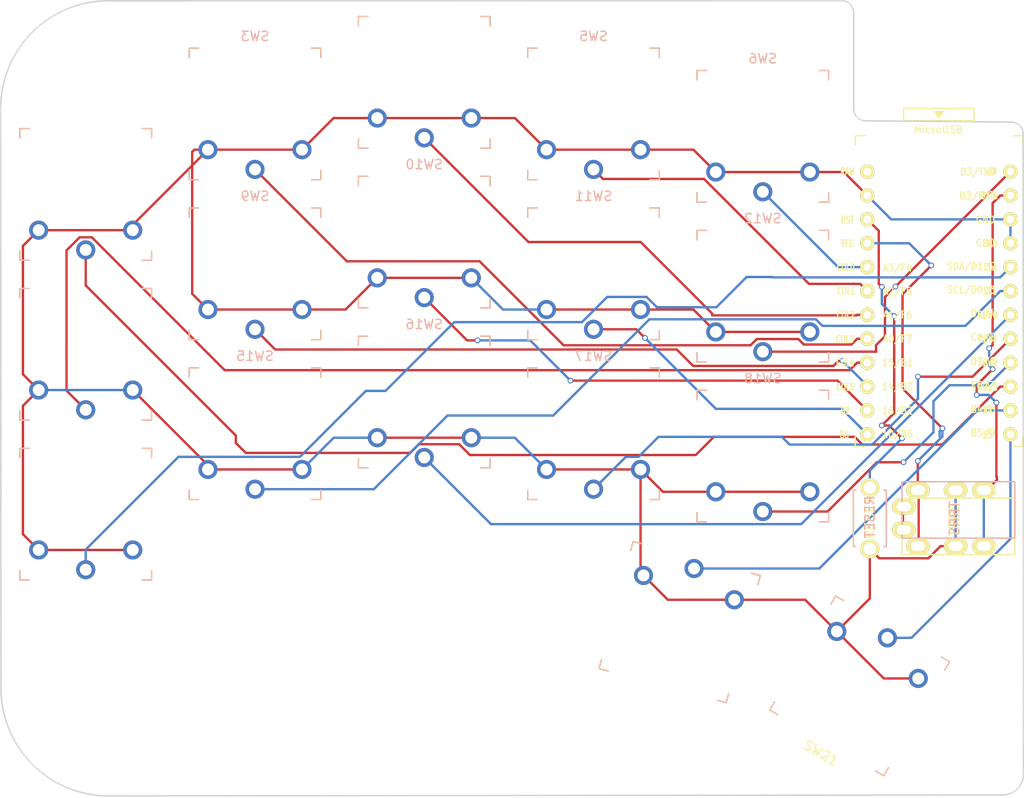
<source format=kicad_pcb>
(kicad_pcb (version 20171130) (host pcbnew "(5.1.6-0-10_14)")

  (general
    (thickness 1.6)
    (drawings 12)
    (tracks 270)
    (zones 0)
    (modules 20)
    (nets 24)
  )

  (page A4)
  (title_block
    (title "Corne Light")
    (date 2018-12-26)
    (rev 2.1)
    (company foostan)
  )

  (layers
    (0 F.Cu signal)
    (31 B.Cu signal)
    (32 B.Adhes user)
    (33 F.Adhes user)
    (34 B.Paste user hide)
    (35 F.Paste user)
    (36 B.SilkS user hide)
    (37 F.SilkS user hide)
    (38 B.Mask user)
    (39 F.Mask user)
    (40 Dwgs.User user)
    (41 Cmts.User user)
    (42 Eco1.User user)
    (43 Eco2.User user hide)
    (44 Edge.Cuts user)
    (45 Margin user)
    (46 B.CrtYd user)
    (47 F.CrtYd user)
    (48 B.Fab user hide)
    (49 F.Fab user)
  )

  (setup
    (last_trace_width 0.25)
    (user_trace_width 0.5)
    (trace_clearance 0.2)
    (zone_clearance 0.508)
    (zone_45_only no)
    (trace_min 0.2)
    (via_size 0.6)
    (via_drill 0.4)
    (via_min_size 0.4)
    (via_min_drill 0.3)
    (uvia_size 0.3)
    (uvia_drill 0.1)
    (uvias_allowed no)
    (uvia_min_size 0.2)
    (uvia_min_drill 0.1)
    (edge_width 0.15)
    (segment_width 0.15)
    (pcb_text_width 0.3)
    (pcb_text_size 1.5 1.5)
    (mod_edge_width 0.15)
    (mod_text_size 1 1)
    (mod_text_width 0.15)
    (pad_size 2.032 2.032)
    (pad_drill 1.27)
    (pad_to_mask_clearance 0.2)
    (aux_axis_origin 145.73 12.66)
    (visible_elements FFFFEFFF)
    (pcbplotparams
      (layerselection 0x010cc_ffffffff)
      (usegerberextensions true)
      (usegerberattributes false)
      (usegerberadvancedattributes false)
      (creategerberjobfile false)
      (excludeedgelayer true)
      (linewidth 0.150000)
      (plotframeref false)
      (viasonmask false)
      (mode 1)
      (useauxorigin false)
      (hpglpennumber 1)
      (hpglpenspeed 20)
      (hpglpendiameter 15.000000)
      (psnegative false)
      (psa4output false)
      (plotreference true)
      (plotvalue true)
      (plotinvisibletext false)
      (padsonsilk false)
      (subtractmaskfromsilk false)
      (outputformat 1)
      (mirror false)
      (drillshape 0)
      (scaleselection 1)
      (outputdirectory "gerber/"))
  )

  (net 0 "")
  (net 1 row0)
  (net 2 row1)
  (net 3 row2)
  (net 4 row3)
  (net 5 "Net-(D20-Pad2)")
  (net 6 GND)
  (net 7 VCC)
  (net 8 col1)
  (net 9 col2)
  (net 10 col3)
  (net 11 col4)
  (net 12 col5)
  (net 13 LED)
  (net 14 data)
  (net 15 reset)
  (net 16 SCL)
  (net 17 SDA)
  (net 18 "Net-(U1-Pad14)")
  (net 19 "Net-(U1-Pad13)")
  (net 20 "Net-(U1-Pad12)")
  (net 21 "Net-(U1-Pad11)")
  (net 22 "Net-(J1-PadA)")
  (net 23 "Net-(U1-Pad24)")

  (net_class Default "これは標準のネット クラスです。"
    (clearance 0.2)
    (trace_width 0.25)
    (via_dia 0.6)
    (via_drill 0.4)
    (uvia_dia 0.3)
    (uvia_drill 0.1)
    (add_net GND)
    (add_net LED)
    (add_net "Net-(D20-Pad2)")
    (add_net "Net-(J1-PadA)")
    (add_net "Net-(U1-Pad11)")
    (add_net "Net-(U1-Pad12)")
    (add_net "Net-(U1-Pad13)")
    (add_net "Net-(U1-Pad14)")
    (add_net "Net-(U1-Pad24)")
    (add_net SCL)
    (add_net SDA)
    (add_net VCC)
    (add_net col1)
    (add_net col2)
    (add_net col3)
    (add_net col4)
    (add_net col5)
    (add_net data)
    (add_net reset)
    (add_net row0)
    (add_net row1)
    (add_net row2)
    (add_net row3)
  )

  (module kbd:ProMicro_v3 (layer F.Cu) (tedit 5EAE9E67) (tstamp 5C238F3C)
    (at 134.72 49.15)
    (path /5A5E14C2)
    (fp_text reference U1 (at -0.1 -0.05 270) (layer F.SilkS) hide
      (effects (font (size 1 1) (thickness 0.15)))
    )
    (fp_text value ProMicro (at -0.45 -17) (layer F.Fab) hide
      (effects (font (size 1 1) (thickness 0.15)))
    )
    (fp_line (start -0.15 -20.4) (end 0.15 -20.4) (layer F.SilkS) (width 0.15))
    (fp_line (start -0.25 -20.55) (end 0.25 -20.55) (layer F.SilkS) (width 0.15))
    (fp_line (start -0.35 -20.7) (end 0.35 -20.7) (layer F.SilkS) (width 0.15))
    (fp_line (start 0 -20.2) (end -0.5 -20.85) (layer F.SilkS) (width 0.15))
    (fp_line (start 0.5 -20.85) (end 0 -20.2) (layer F.SilkS) (width 0.15))
    (fp_line (start -0.5 -20.85) (end 0.5 -20.85) (layer F.SilkS) (width 0.15))
    (fp_line (start 3.75 -21.2) (end -3.75 -21.2) (layer F.SilkS) (width 0.15))
    (fp_line (start 3.75 -19.9) (end 3.75 -21.2) (layer F.SilkS) (width 0.15))
    (fp_line (start -3.75 -19.9) (end 3.75 -19.9) (layer F.SilkS) (width 0.15))
    (fp_line (start -3.75 -21.2) (end -3.75 -19.9) (layer F.SilkS) (width 0.15))
    (fp_line (start 3.76 -18.3) (end 8.9 -18.3) (layer F.Fab) (width 0.15))
    (fp_line (start -3.75 -18.3) (end 3.75 -18.3) (layer F.Fab) (width 0.15))
    (fp_line (start -3.75 -19.6) (end -3.75 -18.299039) (layer F.Fab) (width 0.15))
    (fp_line (start 3.75 -19.6) (end 3.75 -18.3) (layer F.Fab) (width 0.15))
    (fp_line (start -3.75 -19.6) (end 3.75 -19.6) (layer F.Fab) (width 0.15))
    (fp_line (start -8.9 -18.3) (end -3.75 -18.3) (layer F.Fab) (width 0.15))
    (fp_line (start 8.9 -18.3) (end 8.9 14.75) (layer F.Fab) (width 0.15))
    (fp_line (start 8.9 14.75) (end -8.9 14.75) (layer F.Fab) (width 0.15))
    (fp_line (start -8.9 14.75) (end -8.9 -18.3) (layer F.Fab) (width 0.15))
    (fp_line (start -8.9 -18.3) (end -8.9 -17.3) (layer F.SilkS) (width 0.15))
    (fp_line (start 8.9 -18.3) (end 8.9 -17.3) (layer F.SilkS) (width 0.15))
    (fp_line (start -8.9 -18.3) (end -7.9 -18.3) (layer F.SilkS) (width 0.15))
    (fp_line (start 8.9 -18.3) (end 7.95 -18.3) (layer F.SilkS) (width 0.15))
    (fp_line (start -8.9 13.7) (end -8.9 14.75) (layer F.SilkS) (width 0.15))
    (fp_line (start 8.9 13.75) (end 8.9 14.75) (layer F.SilkS) (width 0.15))
    (fp_line (start -8.9 14.75) (end -7.9 14.75) (layer F.SilkS) (width 0.15))
    (fp_line (start 8.9 14.75) (end 7.89 14.75) (layer F.SilkS) (width 0.15))
    (fp_text user "" (at -1.2065 -16.256) (layer B.SilkS)
      (effects (font (size 1 1) (thickness 0.15)) (justify mirror))
    )
    (fp_text user "" (at -0.545 -17.4) (layer F.SilkS)
      (effects (font (size 1 1) (thickness 0.15)))
    )
    (fp_text user RAW (at -9.7155 -14.478 unlocked) (layer F.SilkS)
      (effects (font (size 0.75 0.5) (thickness 0.125)))
    )
    (fp_text user GND (at 5.461 -6.7945 unlocked) (layer F.SilkS)
      (effects (font (size 0.75 0.5) (thickness 0.125)))
    )
    (fp_text user RST (at -9.7155 -9.3345 unlocked) (layer F.SilkS)
      (effects (font (size 0.75 0.5) (thickness 0.125)))
    )
    (fp_text user VCC (at -9.7155 -6.858 unlocked) (layer F.SilkS)
      (effects (font (size 0.75 0.5) (thickness 0.125)))
    )
    (fp_text user A3/F4 (at -4.395 -4.25 unlocked) (layer F.SilkS)
      (effects (font (size 0.75 0.67) (thickness 0.125)))
    )
    (fp_text user A2/F5 (at -4.395 -1.75 unlocked) (layer F.SilkS)
      (effects (font (size 0.75 0.67) (thickness 0.125)))
    )
    (fp_text user A1/F6 (at -4.395 0.75 unlocked) (layer F.SilkS)
      (effects (font (size 0.75 0.67) (thickness 0.125)))
    )
    (fp_text user A0/F7 (at -4.395 3.3 unlocked) (layer F.SilkS)
      (effects (font (size 0.75 0.67) (thickness 0.125)))
    )
    (fp_text user 15/B1 (at -4.395 5.85 unlocked) (layer F.SilkS)
      (effects (font (size 0.75 0.67) (thickness 0.125)))
    )
    (fp_text user 14/B3 (at -4.395 8.4 unlocked) (layer F.SilkS)
      (effects (font (size 0.75 0.67) (thickness 0.125)))
    )
    (fp_text user 10/B6 (at -4.395 13.45 unlocked) (layer F.SilkS)
      (effects (font (size 0.75 0.67) (thickness 0.125)))
    )
    (fp_text user 16/B2 (at -4.395 10.95 unlocked) (layer F.SilkS)
      (effects (font (size 0.75 0.67) (thickness 0.125)))
    )
    (fp_text user E6/7 (at 4.705 8.25 unlocked) (layer F.SilkS)
      (effects (font (size 0.75 0.67) (thickness 0.125)))
    )
    (fp_text user D7/6 (at 4.705 5.7 unlocked) (layer F.SilkS)
      (effects (font (size 0.75 0.67) (thickness 0.125)))
    )
    (fp_text user GND (at 4.955 -9.35 unlocked) (layer F.SilkS)
      (effects (font (size 0.75 0.67) (thickness 0.125)))
    )
    (fp_text user GND (at 4.955 -6.9 unlocked) (layer F.SilkS)
      (effects (font (size 0.75 0.67) (thickness 0.125)))
    )
    (fp_text user D3/TX0 (at 4.155 -14.45 unlocked) (layer F.SilkS)
      (effects (font (size 0.75 0.67) (thickness 0.125)))
    )
    (fp_text user D4/4 (at 4.705 0.6 unlocked) (layer F.SilkS)
      (effects (font (size 0.75 0.67) (thickness 0.125)))
    )
    (fp_text user SDA/D1/2 (at 3.455 -4.4 unlocked) (layer F.SilkS)
      (effects (font (size 0.75 0.67) (thickness 0.125)))
    )
    (fp_text user SCL/D0/3 (at 3.455 -1.9 unlocked) (layer F.SilkS)
      (effects (font (size 0.75 0.67) (thickness 0.125)))
    )
    (fp_text user C6/5 (at 4.705 3.15 unlocked) (layer F.SilkS)
      (effects (font (size 0.75 0.67) (thickness 0.125)))
    )
    (fp_text user B5/9 (at 4.705 13.3 unlocked) (layer F.SilkS)
      (effects (font (size 0.75 0.67) (thickness 0.125)))
    )
    (fp_text user D2/RX1 (at 4.155 -11.9 unlocked) (layer F.SilkS)
      (effects (font (size 0.75 0.67) (thickness 0.125)))
    )
    (fp_text user B4/8 (at 4.705 10.8 unlocked) (layer F.SilkS)
      (effects (font (size 0.75 0.67) (thickness 0.125)))
    )
    (fp_text user MicroUSB (at -0.05 -18.95) (layer F.SilkS)
      (effects (font (size 0.75 0.75) (thickness 0.12)))
    )
    (fp_text user LED (at 5.5 -14.478) (layer F.SilkS)
      (effects (font (size 0.75 0.5) (thickness 0.125)))
    )
    (fp_text user DATA (at 5.35 -11.95) (layer F.SilkS)
      (effects (font (size 0.75 0.5) (thickness 0.125)))
    )
    (fp_text user COL3 (at -10 3.35) (layer F.SilkS)
      (effects (font (size 0.75 0.5) (thickness 0.125)))
    )
    (fp_text user ROW0 (at 5.2 0.8) (layer F.SilkS)
      (effects (font (size 0.75 0.5) (thickness 0.125)))
    )
    (fp_text user COL2 (at -9.9 0.762) (layer F.SilkS)
      (effects (font (size 0.75 0.5) (thickness 0.125)))
    )
    (fp_text user SCL (at 5.461 -1.778) (layer F.SilkS)
      (effects (font (size 0.75 0.5) (thickness 0.125)))
    )
    (fp_text user COL1 (at -9.85 -1.778) (layer F.SilkS)
      (effects (font (size 0.75 0.5) (thickness 0.125)))
    )
    (fp_text user SDA (at 5.461 -4.318) (layer F.SilkS)
      (effects (font (size 0.75 0.5) (thickness 0.125)))
    )
    (fp_text user COL0 (at -9.9 -4.3) (layer F.SilkS)
      (effects (font (size 0.75 0.5) (thickness 0.125)))
    )
    (fp_text user B6 (at -10.05 13.5) (layer F.SilkS)
      (effects (font (size 0.75 0.5) (thickness 0.125)))
    )
    (fp_text user B5 (at 5.2 13.5255) (layer F.SilkS)
      (effects (font (size 0.75 0.5) (thickness 0.125)))
    )
    (fp_text user B4 (at 5.2 10.922) (layer F.SilkS)
      (effects (font (size 0.75 0.5) (thickness 0.125)))
    )
    (fp_text user B2 (at -9.95 10.95) (layer F.SilkS)
      (effects (font (size 0.75 0.5) (thickness 0.125)))
    )
    (fp_text user ROW3 (at 5.2 8.4455) (layer F.SilkS)
      (effects (font (size 0.75 0.5) (thickness 0.125)))
    )
    (fp_text user COL5 (at -9.95 8.4455) (layer F.SilkS)
      (effects (font (size 0.75 0.5) (thickness 0.125)))
    )
    (fp_text user ROW2 (at 5.2 5.85) (layer F.SilkS)
      (effects (font (size 0.75 0.5) (thickness 0.125)))
    )
    (fp_text user COL4 (at -9.95 5.85) (layer F.SilkS)
      (effects (font (size 0.75 0.5) (thickness 0.125)))
    )
    (fp_text user ROW1 (at 5.25 3.302) (layer F.SilkS)
      (effects (font (size 0.75 0.5) (thickness 0.125)))
    )
    (pad 24 thru_hole circle (at -7.6086 -14.478) (size 1.524 1.524) (drill 0.8128) (layers *.Cu *.Mask F.SilkS)
      (net 23 "Net-(U1-Pad24)"))
    (pad 23 thru_hole circle (at -7.6086 -11.938) (size 1.524 1.524) (drill 0.8128) (layers *.Cu *.Mask F.SilkS)
      (net 6 GND))
    (pad 22 thru_hole circle (at -7.6086 -9.398) (size 1.524 1.524) (drill 0.8128) (layers *.Cu *.Mask F.SilkS)
      (net 15 reset))
    (pad 21 thru_hole circle (at -7.6086 -6.858) (size 1.524 1.524) (drill 0.8128) (layers *.Cu *.Mask F.SilkS)
      (net 7 VCC))
    (pad 20 thru_hole circle (at -7.6086 -4.318) (size 1.524 1.524) (drill 0.8128) (layers *.Cu *.Mask F.SilkS)
      (net 5 "Net-(D20-Pad2)"))
    (pad 19 thru_hole circle (at -7.6086 -1.778) (size 1.524 1.524) (drill 0.8128) (layers *.Cu *.Mask F.SilkS)
      (net 8 col1))
    (pad 18 thru_hole circle (at -7.6086 0.762) (size 1.524 1.524) (drill 0.8128) (layers *.Cu *.Mask F.SilkS)
      (net 9 col2))
    (pad 17 thru_hole circle (at -7.6086 3.302) (size 1.524 1.524) (drill 0.8128) (layers *.Cu *.Mask F.SilkS)
      (net 10 col3))
    (pad 16 thru_hole circle (at -7.6086 5.842) (size 1.524 1.524) (drill 0.8128) (layers *.Cu *.Mask F.SilkS)
      (net 11 col4))
    (pad 15 thru_hole circle (at -7.6086 8.382) (size 1.524 1.524) (drill 0.8128) (layers *.Cu *.Mask F.SilkS)
      (net 12 col5))
    (pad 14 thru_hole circle (at -7.6086 10.922) (size 1.524 1.524) (drill 0.8128) (layers *.Cu *.Mask F.SilkS)
      (net 18 "Net-(U1-Pad14)"))
    (pad 13 thru_hole circle (at -7.6086 13.462) (size 1.524 1.524) (drill 0.8128) (layers *.Cu *.Mask F.SilkS)
      (net 19 "Net-(U1-Pad13)"))
    (pad 12 thru_hole circle (at 7.6114 13.462) (size 1.524 1.524) (drill 0.8128) (layers *.Cu *.Mask F.SilkS)
      (net 20 "Net-(U1-Pad12)"))
    (pad 11 thru_hole circle (at 7.6114 10.922) (size 1.524 1.524) (drill 0.8128) (layers *.Cu *.Mask F.SilkS)
      (net 21 "Net-(U1-Pad11)"))
    (pad 10 thru_hole circle (at 7.6114 8.382) (size 1.524 1.524) (drill 0.8128) (layers *.Cu *.Mask F.SilkS)
      (net 4 row3))
    (pad 9 thru_hole circle (at 7.6114 5.842) (size 1.524 1.524) (drill 0.8128) (layers *.Cu *.Mask F.SilkS)
      (net 3 row2))
    (pad 8 thru_hole circle (at 7.6114 3.302) (size 1.524 1.524) (drill 0.8128) (layers *.Cu *.Mask F.SilkS)
      (net 2 row1))
    (pad 7 thru_hole circle (at 7.6114 0.762) (size 1.524 1.524) (drill 0.8128) (layers *.Cu *.Mask F.SilkS)
      (net 1 row0))
    (pad 6 thru_hole circle (at 7.6114 -1.778) (size 1.524 1.524) (drill 0.8128) (layers *.Cu *.Mask F.SilkS)
      (net 16 SCL))
    (pad 5 thru_hole circle (at 7.6114 -4.318) (size 1.524 1.524) (drill 0.8128) (layers *.Cu *.Mask F.SilkS)
      (net 17 SDA))
    (pad 4 thru_hole circle (at 7.6114 -6.858) (size 1.524 1.524) (drill 0.8128) (layers *.Cu *.Mask F.SilkS)
      (net 6 GND))
    (pad 3 thru_hole circle (at 7.6114 -9.398) (size 1.524 1.524) (drill 0.8128) (layers *.Cu *.Mask F.SilkS)
      (net 6 GND))
    (pad 2 thru_hole circle (at 7.6114 -11.938) (size 1.524 1.524) (drill 0.8128) (layers *.Cu *.Mask F.SilkS)
      (net 14 data))
    (pad 1 thru_hole circle (at 7.6114 -14.478) (size 1.524 1.524) (drill 0.8128) (layers *.Cu *.Mask F.SilkS)
      (net 13 LED))
  )

  (module chocs:SW_PG1350_reversible_b2 (layer B.Cu) (tedit 5EF324D0) (tstamp 5EBA60B1)
    (at 107.16 82.58 345)
    (descr "Kailh \"Choc\" PG1350 keyswitch, able to be mounted on front or back of PCB")
    (tags kailh,choc)
    (path /5A5E37A4)
    (fp_text reference SW20 (at 4.600001 -6 165) (layer Dwgs.User) hide
      (effects (font (size 1 1) (thickness 0.15)))
    )
    (fp_text value SW_PUSH (at -0.5 -6 165) (layer Dwgs.User) hide
      (effects (font (size 1 1) (thickness 0.15)))
    )
    (fp_line (start -9 -8.5) (end 9 -8.5) (layer Eco1.User) (width 0.12))
    (fp_line (start 9 -8.5) (end 9 8.5) (layer Eco1.User) (width 0.12))
    (fp_line (start -9 8.5) (end 9 8.5) (layer Eco1.User) (width 0.12))
    (fp_line (start -9 -8.5) (end -9 8.5) (layer Eco1.User) (width 0.12))
    (fp_line (start -7.5 -7.5) (end -7.5 7.5) (layer B.Fab) (width 0.15))
    (fp_line (start 7.5 7.5) (end 7.5 -7.5) (layer B.Fab) (width 0.15))
    (fp_line (start 7.5 -7.5) (end -7.5 -7.5) (layer B.Fab) (width 0.15))
    (fp_line (start -7.5 7.5) (end 7.5 7.5) (layer B.Fab) (width 0.15))
    (fp_line (start -7.5 -7.5) (end -7.5 7.5) (layer F.Fab) (width 0.15))
    (fp_line (start 7.5 -7.5) (end -7.5 -7.5) (layer F.Fab) (width 0.15))
    (fp_line (start 7.5 7.5) (end 7.5 -7.5) (layer F.Fab) (width 0.15))
    (fp_line (start -7.5 7.5) (end 7.5 7.5) (layer F.Fab) (width 0.15))
    (fp_line (start -6.9 -6.9) (end -6.9 6.9) (layer Eco2.User) (width 0.15))
    (fp_line (start 6.9 6.9) (end 6.9 -6.9) (layer Eco2.User) (width 0.15))
    (fp_line (start 6.9 6.9) (end -6.9 6.9) (layer Eco2.User) (width 0.15))
    (fp_line (start -6.9 -6.9) (end 6.9 -6.9) (layer Eco2.User) (width 0.15))
    (fp_line (start 7 7) (end 7 6) (layer F.SilkS) (width 0.15))
    (fp_line (start 6 7) (end 7 7) (layer F.SilkS) (width 0.15))
    (fp_line (start 7 -7) (end 6 -7) (layer F.SilkS) (width 0.15))
    (fp_line (start 7 -6) (end 7 -7) (layer F.SilkS) (width 0.15))
    (fp_line (start -7 -7) (end -7 -6) (layer F.SilkS) (width 0.15))
    (fp_line (start -6 -7) (end -7 -7) (layer F.SilkS) (width 0.15))
    (fp_line (start -7 7) (end -6 7) (layer F.SilkS) (width 0.15))
    (fp_line (start -7 6) (end -7 7) (layer F.SilkS) (width 0.15))
    (fp_line (start -2.6 3.1) (end -2.6 6.3) (layer Eco2.User) (width 0.15))
    (fp_line (start 2.6 6.3) (end -2.6 6.3) (layer Eco2.User) (width 0.15))
    (fp_line (start 2.6 3.1) (end 2.6 6.3) (layer Eco2.User) (width 0.15))
    (fp_line (start -2.6 3.1) (end 2.6 3.1) (layer Eco2.User) (width 0.15))
    (fp_line (start -7 7) (end -6 7) (layer B.SilkS) (width 0.15))
    (fp_line (start -7 6) (end -7 7) (layer B.SilkS) (width 0.15))
    (fp_line (start -7 -7) (end -7 -6) (layer B.SilkS) (width 0.15))
    (fp_line (start -6 -7) (end -7 -7) (layer B.SilkS) (width 0.15))
    (fp_line (start 7 -7) (end 6 -7) (layer B.SilkS) (width 0.15))
    (fp_line (start 7 -6) (end 7 -7) (layer B.SilkS) (width 0.15))
    (fp_line (start 7 7) (end 7 6) (layer B.SilkS) (width 0.15))
    (fp_line (start 6 7) (end 7 7) (layer B.SilkS) (width 0.15))
    (fp_text user %R (at 0 0 165) (layer B.Fab)
      (effects (font (size 1 1) (thickness 0.15)) (justify mirror))
    )
    (fp_text user %V (at 0 -8.255 165) (layer F.Fab)
      (effects (font (size 1 1) (thickness 0.15)))
    )
    (fp_text user %R (at 0 0 165) (layer B.Fab)
      (effects (font (size 1 1) (thickness 0.15)) (justify mirror))
    )
    (fp_text user %R (at 0 0 165) (layer B.Fab)
      (effects (font (size 1 1) (thickness 0.15)) (justify mirror))
    )
    (pad "" np_thru_hole circle (at -5.22 4.2 345) (size 0.9906 0.9906) (drill 0.9906) (layers *.Cu *.Mask))
    (pad 2 thru_hole circle (at 5 -3.8 345) (size 2.032 2.032) (drill 1.27) (layers *.Cu *.Mask)
      (net 6 GND))
    (pad "" np_thru_hole circle (at 0 0 345) (size 3.429 3.429) (drill 3.429) (layers *.Cu *.Mask))
    (pad 2 thru_hole circle (at -5 -3.8 345) (size 2.032 2.032) (drill 1.27) (layers *.Cu *.Mask)
      (net 6 GND))
    (pad 1 thru_hole circle (at 0 -5.9 345) (size 2.032 2.032) (drill 1.27) (layers *.Cu *.Mask)
      (net 21 "Net-(U1-Pad11)"))
    (pad "" np_thru_hole circle (at 5.22 4.2 345) (size 0.9906 0.9906) (drill 0.9906) (layers *.Cu *.Mask))
    (pad "" np_thru_hole circle (at 5.5 0 345) (size 1.7018 1.7018) (drill 1.7018) (layers *.Cu *.Mask))
    (pad "" np_thru_hole circle (at -5.5 0 345) (size 1.7018 1.7018) (drill 1.7018) (layers *.Cu *.Mask))
  )

  (module chocs:SW_PG1350_reversible_b2 (layer F.Cu) (tedit 5EF324D0) (tstamp 5C23880A)
    (at 116 64.92)
    (descr "Kailh \"Choc\" PG1350 keyswitch, able to be mounted on front or back of PCB")
    (tags kailh,choc)
    (path /5A5E35D5)
    (fp_text reference SW18 (at 4.6 6 180) (layer Dwgs.User) hide
      (effects (font (size 1 1) (thickness 0.15)))
    )
    (fp_text value SW_PUSH (at -0.5 6 180) (layer Dwgs.User) hide
      (effects (font (size 1 1) (thickness 0.15)))
    )
    (fp_line (start -9 8.5) (end 9 8.5) (layer Eco1.User) (width 0.12))
    (fp_line (start 9 8.5) (end 9 -8.5) (layer Eco1.User) (width 0.12))
    (fp_line (start -9 -8.5) (end 9 -8.5) (layer Eco1.User) (width 0.12))
    (fp_line (start -9 8.5) (end -9 -8.5) (layer Eco1.User) (width 0.12))
    (fp_line (start -7.5 7.5) (end -7.5 -7.5) (layer F.Fab) (width 0.15))
    (fp_line (start 7.5 -7.5) (end 7.5 7.5) (layer F.Fab) (width 0.15))
    (fp_line (start 7.5 7.5) (end -7.5 7.5) (layer F.Fab) (width 0.15))
    (fp_line (start -7.5 -7.5) (end 7.5 -7.5) (layer F.Fab) (width 0.15))
    (fp_line (start -7.5 7.5) (end -7.5 -7.5) (layer B.Fab) (width 0.15))
    (fp_line (start 7.5 7.5) (end -7.5 7.5) (layer B.Fab) (width 0.15))
    (fp_line (start 7.5 -7.5) (end 7.5 7.5) (layer B.Fab) (width 0.15))
    (fp_line (start -7.5 -7.5) (end 7.5 -7.5) (layer B.Fab) (width 0.15))
    (fp_line (start -6.9 6.9) (end -6.9 -6.9) (layer Eco2.User) (width 0.15))
    (fp_line (start 6.9 -6.9) (end 6.9 6.9) (layer Eco2.User) (width 0.15))
    (fp_line (start 6.9 -6.9) (end -6.9 -6.9) (layer Eco2.User) (width 0.15))
    (fp_line (start -6.9 6.9) (end 6.9 6.9) (layer Eco2.User) (width 0.15))
    (fp_line (start 7 -7) (end 7 -6) (layer B.SilkS) (width 0.15))
    (fp_line (start 6 -7) (end 7 -7) (layer B.SilkS) (width 0.15))
    (fp_line (start 7 7) (end 6 7) (layer B.SilkS) (width 0.15))
    (fp_line (start 7 6) (end 7 7) (layer B.SilkS) (width 0.15))
    (fp_line (start -7 7) (end -7 6) (layer B.SilkS) (width 0.15))
    (fp_line (start -6 7) (end -7 7) (layer B.SilkS) (width 0.15))
    (fp_line (start -7 -7) (end -6 -7) (layer B.SilkS) (width 0.15))
    (fp_line (start -7 -6) (end -7 -7) (layer B.SilkS) (width 0.15))
    (fp_line (start -2.6 -3.1) (end -2.6 -6.3) (layer Eco2.User) (width 0.15))
    (fp_line (start 2.6 -6.3) (end -2.6 -6.3) (layer Eco2.User) (width 0.15))
    (fp_line (start 2.6 -3.1) (end 2.6 -6.3) (layer Eco2.User) (width 0.15))
    (fp_line (start -2.6 -3.1) (end 2.6 -3.1) (layer Eco2.User) (width 0.15))
    (fp_line (start -7 -7) (end -6 -7) (layer F.SilkS) (width 0.15))
    (fp_line (start -7 -6) (end -7 -7) (layer F.SilkS) (width 0.15))
    (fp_line (start -7 7) (end -7 6) (layer F.SilkS) (width 0.15))
    (fp_line (start -6 7) (end -7 7) (layer F.SilkS) (width 0.15))
    (fp_line (start 7 7) (end 6 7) (layer F.SilkS) (width 0.15))
    (fp_line (start 7 6) (end 7 7) (layer F.SilkS) (width 0.15))
    (fp_line (start 7 -7) (end 7 -6) (layer F.SilkS) (width 0.15))
    (fp_line (start 6 -7) (end 7 -7) (layer F.SilkS) (width 0.15))
    (fp_text user %R (at 0 -8.255) (layer B.SilkS)
      (effects (font (size 1 1) (thickness 0.15)) (justify mirror))
    )
    (fp_text user %V (at 0 8.255) (layer B.Fab)
      (effects (font (size 1 1) (thickness 0.15)) (justify mirror))
    )
    (fp_text user %R (at 0 0) (layer F.Fab)
      (effects (font (size 1 1) (thickness 0.15)))
    )
    (fp_text user %R (at 0 0) (layer F.Fab)
      (effects (font (size 1 1) (thickness 0.15)))
    )
    (pad "" np_thru_hole circle (at -5.22 -4.2) (size 0.9906 0.9906) (drill 0.9906) (layers *.Cu *.Mask))
    (pad 2 thru_hole circle (at 5 3.8) (size 2.032 2.032) (drill 1.27) (layers *.Cu *.Mask)
      (net 6 GND))
    (pad "" np_thru_hole circle (at 0 0) (size 3.429 3.429) (drill 3.429) (layers *.Cu *.Mask))
    (pad 2 thru_hole circle (at -5 3.8) (size 2.032 2.032) (drill 1.27) (layers *.Cu *.Mask)
      (net 6 GND))
    (pad 1 thru_hole circle (at 0 5.9) (size 2.032 2.032) (drill 1.27) (layers *.Cu *.Mask)
      (net 3 row2))
    (pad "" np_thru_hole circle (at 5.22 -4.2) (size 0.9906 0.9906) (drill 0.9906) (layers *.Cu *.Mask))
    (pad "" np_thru_hole circle (at 5.5 0) (size 1.7018 1.7018) (drill 1.7018) (layers *.Cu *.Mask))
    (pad "" np_thru_hole circle (at -5.5 0) (size 1.7018 1.7018) (drill 1.7018) (layers *.Cu *.Mask))
  )

  (module chocs:SW_PG1350_reversible_b2 (layer B.Cu) (tedit 5EF324D0) (tstamp 5EBA613E)
    (at 126.3 89.36 330)
    (descr "Kailh \"Choc\" PG1350 keyswitch, able to be mounted on front or back of PCB")
    (tags kailh,choc)
    (path /5A5E37B0)
    (fp_text reference SW21 (at 4.6 -6 330) (layer Dwgs.User) hide
      (effects (font (size 1 1) (thickness 0.15)))
    )
    (fp_text value SW_PUSH (at -0.5 -6 330) (layer Dwgs.User) hide
      (effects (font (size 1 1) (thickness 0.15)))
    )
    (fp_line (start -9 -8.5) (end 9 -8.5) (layer Eco1.User) (width 0.12))
    (fp_line (start 9 -8.5) (end 9 8.5) (layer Eco1.User) (width 0.12))
    (fp_line (start -9 8.5) (end 9 8.5) (layer Eco1.User) (width 0.12))
    (fp_line (start -9 -8.5) (end -9 8.5) (layer Eco1.User) (width 0.12))
    (fp_line (start -7.5 -7.5) (end -7.5 7.5) (layer B.Fab) (width 0.15))
    (fp_line (start 7.5 7.5) (end 7.5 -7.5) (layer B.Fab) (width 0.15))
    (fp_line (start 7.5 -7.5) (end -7.5 -7.5) (layer B.Fab) (width 0.15))
    (fp_line (start -7.5 7.5) (end 7.5 7.5) (layer B.Fab) (width 0.15))
    (fp_line (start -7.5 -7.5) (end -7.5 7.5) (layer F.Fab) (width 0.15))
    (fp_line (start 7.5 -7.5) (end -7.5 -7.5) (layer F.Fab) (width 0.15))
    (fp_line (start 7.5 7.5) (end 7.5 -7.5) (layer F.Fab) (width 0.15))
    (fp_line (start -7.5 7.5) (end 7.5 7.5) (layer F.Fab) (width 0.15))
    (fp_line (start -6.9 -6.9) (end -6.9 6.9) (layer Eco2.User) (width 0.15))
    (fp_line (start 6.9 6.9) (end 6.9 -6.9) (layer Eco2.User) (width 0.15))
    (fp_line (start 6.9 6.9) (end -6.9 6.9) (layer Eco2.User) (width 0.15))
    (fp_line (start -6.9 -6.9) (end 6.9 -6.9) (layer Eco2.User) (width 0.15))
    (fp_line (start 7 7) (end 7 6) (layer F.SilkS) (width 0.15))
    (fp_line (start 6 7) (end 7 7) (layer F.SilkS) (width 0.15))
    (fp_line (start 7 -7) (end 6 -7) (layer F.SilkS) (width 0.15))
    (fp_line (start 7 -6) (end 7 -7) (layer F.SilkS) (width 0.15))
    (fp_line (start -7 -7) (end -7 -6) (layer F.SilkS) (width 0.15))
    (fp_line (start -6 -7) (end -7 -7) (layer F.SilkS) (width 0.15))
    (fp_line (start -7 7) (end -6 7) (layer F.SilkS) (width 0.15))
    (fp_line (start -7 6) (end -7 7) (layer F.SilkS) (width 0.15))
    (fp_line (start -2.6 3.1) (end -2.6 6.3) (layer Eco2.User) (width 0.15))
    (fp_line (start 2.6 6.3) (end -2.6 6.3) (layer Eco2.User) (width 0.15))
    (fp_line (start 2.6 3.1) (end 2.6 6.3) (layer Eco2.User) (width 0.15))
    (fp_line (start -2.6 3.1) (end 2.6 3.1) (layer Eco2.User) (width 0.15))
    (fp_line (start -7 7) (end -6 7) (layer B.SilkS) (width 0.15))
    (fp_line (start -7 6) (end -7 7) (layer B.SilkS) (width 0.15))
    (fp_line (start -7 -7) (end -7 -6) (layer B.SilkS) (width 0.15))
    (fp_line (start -6 -7) (end -7 -7) (layer B.SilkS) (width 0.15))
    (fp_line (start 7 -7) (end 6 -7) (layer B.SilkS) (width 0.15))
    (fp_line (start 7 -6) (end 7 -7) (layer B.SilkS) (width 0.15))
    (fp_line (start 7 7) (end 7 6) (layer B.SilkS) (width 0.15))
    (fp_line (start 6 7) (end 7 7) (layer B.SilkS) (width 0.15))
    (fp_text user %R (at 0 8.255 150) (layer F.SilkS)
      (effects (font (size 1 1) (thickness 0.15)))
    )
    (fp_text user %V (at 0 -8.255 150) (layer F.Fab)
      (effects (font (size 1 1) (thickness 0.15)))
    )
    (fp_text user %R (at 0 0 150) (layer B.Fab)
      (effects (font (size 1 1) (thickness 0.15)) (justify mirror))
    )
    (fp_text user %R (at 0 0 150) (layer B.Fab)
      (effects (font (size 1 1) (thickness 0.15)) (justify mirror))
    )
    (pad "" np_thru_hole circle (at -5.22 4.2 330) (size 0.9906 0.9906) (drill 0.9906) (layers *.Cu *.Mask))
    (pad 2 thru_hole circle (at 5 -3.8 330) (size 2.032 2.032) (drill 1.27) (layers *.Cu *.Mask)
      (net 6 GND))
    (pad "" np_thru_hole circle (at 0 0 330) (size 3.429 3.429) (drill 3.429) (layers *.Cu *.Mask))
    (pad 2 thru_hole circle (at -5 -3.8 330) (size 2.032 2.032) (drill 1.27) (layers *.Cu *.Mask)
      (net 6 GND))
    (pad 1 thru_hole circle (at 0 -5.9 330) (size 2.032 2.032) (drill 1.27) (layers *.Cu *.Mask)
      (net 20 "Net-(U1-Pad12)"))
    (pad "" np_thru_hole circle (at 5.22 4.2 330) (size 0.9906 0.9906) (drill 0.9906) (layers *.Cu *.Mask))
    (pad "" np_thru_hole circle (at 5.5 0 330) (size 1.7018 1.7018) (drill 1.7018) (layers *.Cu *.Mask))
    (pad "" np_thru_hole circle (at -5.5 0 330) (size 1.7018 1.7018) (drill 1.7018) (layers *.Cu *.Mask))
  )

  (module chocs:SW_PG1350_reversible_b2 (layer F.Cu) (tedit 5EF324D0) (tstamp 5C2387F4)
    (at 98 62.545)
    (descr "Kailh \"Choc\" PG1350 keyswitch, able to be mounted on front or back of PCB")
    (tags kailh,choc)
    (path /5A5E35CF)
    (fp_text reference SW17 (at 4.6 6 180) (layer Dwgs.User) hide
      (effects (font (size 1 1) (thickness 0.15)))
    )
    (fp_text value SW_PUSH (at -0.5 6 180) (layer Dwgs.User) hide
      (effects (font (size 1 1) (thickness 0.15)))
    )
    (fp_line (start -9 8.5) (end 9 8.5) (layer Eco1.User) (width 0.12))
    (fp_line (start 9 8.5) (end 9 -8.5) (layer Eco1.User) (width 0.12))
    (fp_line (start -9 -8.5) (end 9 -8.5) (layer Eco1.User) (width 0.12))
    (fp_line (start -9 8.5) (end -9 -8.5) (layer Eco1.User) (width 0.12))
    (fp_line (start -7.5 7.5) (end -7.5 -7.5) (layer F.Fab) (width 0.15))
    (fp_line (start 7.5 -7.5) (end 7.5 7.5) (layer F.Fab) (width 0.15))
    (fp_line (start 7.5 7.5) (end -7.5 7.5) (layer F.Fab) (width 0.15))
    (fp_line (start -7.5 -7.5) (end 7.5 -7.5) (layer F.Fab) (width 0.15))
    (fp_line (start -7.5 7.5) (end -7.5 -7.5) (layer B.Fab) (width 0.15))
    (fp_line (start 7.5 7.5) (end -7.5 7.5) (layer B.Fab) (width 0.15))
    (fp_line (start 7.5 -7.5) (end 7.5 7.5) (layer B.Fab) (width 0.15))
    (fp_line (start -7.5 -7.5) (end 7.5 -7.5) (layer B.Fab) (width 0.15))
    (fp_line (start -6.9 6.9) (end -6.9 -6.9) (layer Eco2.User) (width 0.15))
    (fp_line (start 6.9 -6.9) (end 6.9 6.9) (layer Eco2.User) (width 0.15))
    (fp_line (start 6.9 -6.9) (end -6.9 -6.9) (layer Eco2.User) (width 0.15))
    (fp_line (start -6.9 6.9) (end 6.9 6.9) (layer Eco2.User) (width 0.15))
    (fp_line (start 7 -7) (end 7 -6) (layer B.SilkS) (width 0.15))
    (fp_line (start 6 -7) (end 7 -7) (layer B.SilkS) (width 0.15))
    (fp_line (start 7 7) (end 6 7) (layer B.SilkS) (width 0.15))
    (fp_line (start 7 6) (end 7 7) (layer B.SilkS) (width 0.15))
    (fp_line (start -7 7) (end -7 6) (layer B.SilkS) (width 0.15))
    (fp_line (start -6 7) (end -7 7) (layer B.SilkS) (width 0.15))
    (fp_line (start -7 -7) (end -6 -7) (layer B.SilkS) (width 0.15))
    (fp_line (start -7 -6) (end -7 -7) (layer B.SilkS) (width 0.15))
    (fp_line (start -2.6 -3.1) (end -2.6 -6.3) (layer Eco2.User) (width 0.15))
    (fp_line (start 2.6 -6.3) (end -2.6 -6.3) (layer Eco2.User) (width 0.15))
    (fp_line (start 2.6 -3.1) (end 2.6 -6.3) (layer Eco2.User) (width 0.15))
    (fp_line (start -2.6 -3.1) (end 2.6 -3.1) (layer Eco2.User) (width 0.15))
    (fp_line (start -7 -7) (end -6 -7) (layer F.SilkS) (width 0.15))
    (fp_line (start -7 -6) (end -7 -7) (layer F.SilkS) (width 0.15))
    (fp_line (start -7 7) (end -7 6) (layer F.SilkS) (width 0.15))
    (fp_line (start -6 7) (end -7 7) (layer F.SilkS) (width 0.15))
    (fp_line (start 7 7) (end 6 7) (layer F.SilkS) (width 0.15))
    (fp_line (start 7 6) (end 7 7) (layer F.SilkS) (width 0.15))
    (fp_line (start 7 -7) (end 7 -6) (layer F.SilkS) (width 0.15))
    (fp_line (start 6 -7) (end 7 -7) (layer F.SilkS) (width 0.15))
    (fp_text user %R (at 0 -8.255) (layer B.SilkS)
      (effects (font (size 1 1) (thickness 0.15)) (justify mirror))
    )
    (fp_text user %V (at 0 8.255) (layer B.Fab)
      (effects (font (size 1 1) (thickness 0.15)) (justify mirror))
    )
    (fp_text user %R (at 0 0) (layer F.Fab)
      (effects (font (size 1 1) (thickness 0.15)))
    )
    (fp_text user %R (at 0 0) (layer F.Fab)
      (effects (font (size 1 1) (thickness 0.15)))
    )
    (pad "" np_thru_hole circle (at -5.22 -4.2) (size 0.9906 0.9906) (drill 0.9906) (layers *.Cu *.Mask))
    (pad 2 thru_hole circle (at 5 3.8) (size 2.032 2.032) (drill 1.27) (layers *.Cu *.Mask)
      (net 6 GND))
    (pad "" np_thru_hole circle (at 0 0) (size 3.429 3.429) (drill 3.429) (layers *.Cu *.Mask))
    (pad 2 thru_hole circle (at -5 3.8) (size 2.032 2.032) (drill 1.27) (layers *.Cu *.Mask)
      (net 6 GND))
    (pad 1 thru_hole circle (at 0 5.9) (size 2.032 2.032) (drill 1.27) (layers *.Cu *.Mask)
      (net 2 row1))
    (pad "" np_thru_hole circle (at 5.22 -4.2) (size 0.9906 0.9906) (drill 0.9906) (layers *.Cu *.Mask))
    (pad "" np_thru_hole circle (at 5.5 0) (size 1.7018 1.7018) (drill 1.7018) (layers *.Cu *.Mask))
    (pad "" np_thru_hole circle (at -5.5 0) (size 1.7018 1.7018) (drill 1.7018) (layers *.Cu *.Mask))
  )

  (module chocs:SW_PG1350_reversible_b2 (layer F.Cu) (tedit 5EF324D0) (tstamp 5C2387DE)
    (at 80 59.17)
    (descr "Kailh \"Choc\" PG1350 keyswitch, able to be mounted on front or back of PCB")
    (tags kailh,choc)
    (path /5A5E35C9)
    (fp_text reference SW16 (at 4.6 6 180) (layer Dwgs.User) hide
      (effects (font (size 1 1) (thickness 0.15)))
    )
    (fp_text value SW_PUSH (at -0.5 6 180) (layer Dwgs.User) hide
      (effects (font (size 1 1) (thickness 0.15)))
    )
    (fp_line (start -9 8.5) (end 9 8.5) (layer Eco1.User) (width 0.12))
    (fp_line (start 9 8.5) (end 9 -8.5) (layer Eco1.User) (width 0.12))
    (fp_line (start -9 -8.5) (end 9 -8.5) (layer Eco1.User) (width 0.12))
    (fp_line (start -9 8.5) (end -9 -8.5) (layer Eco1.User) (width 0.12))
    (fp_line (start -7.5 7.5) (end -7.5 -7.5) (layer F.Fab) (width 0.15))
    (fp_line (start 7.5 -7.5) (end 7.5 7.5) (layer F.Fab) (width 0.15))
    (fp_line (start 7.5 7.5) (end -7.5 7.5) (layer F.Fab) (width 0.15))
    (fp_line (start -7.5 -7.5) (end 7.5 -7.5) (layer F.Fab) (width 0.15))
    (fp_line (start -7.5 7.5) (end -7.5 -7.5) (layer B.Fab) (width 0.15))
    (fp_line (start 7.5 7.5) (end -7.5 7.5) (layer B.Fab) (width 0.15))
    (fp_line (start 7.5 -7.5) (end 7.5 7.5) (layer B.Fab) (width 0.15))
    (fp_line (start -7.5 -7.5) (end 7.5 -7.5) (layer B.Fab) (width 0.15))
    (fp_line (start -6.9 6.9) (end -6.9 -6.9) (layer Eco2.User) (width 0.15))
    (fp_line (start 6.9 -6.9) (end 6.9 6.9) (layer Eco2.User) (width 0.15))
    (fp_line (start 6.9 -6.9) (end -6.9 -6.9) (layer Eco2.User) (width 0.15))
    (fp_line (start -6.9 6.9) (end 6.9 6.9) (layer Eco2.User) (width 0.15))
    (fp_line (start 7 -7) (end 7 -6) (layer B.SilkS) (width 0.15))
    (fp_line (start 6 -7) (end 7 -7) (layer B.SilkS) (width 0.15))
    (fp_line (start 7 7) (end 6 7) (layer B.SilkS) (width 0.15))
    (fp_line (start 7 6) (end 7 7) (layer B.SilkS) (width 0.15))
    (fp_line (start -7 7) (end -7 6) (layer B.SilkS) (width 0.15))
    (fp_line (start -6 7) (end -7 7) (layer B.SilkS) (width 0.15))
    (fp_line (start -7 -7) (end -6 -7) (layer B.SilkS) (width 0.15))
    (fp_line (start -7 -6) (end -7 -7) (layer B.SilkS) (width 0.15))
    (fp_line (start -2.6 -3.1) (end -2.6 -6.3) (layer Eco2.User) (width 0.15))
    (fp_line (start 2.6 -6.3) (end -2.6 -6.3) (layer Eco2.User) (width 0.15))
    (fp_line (start 2.6 -3.1) (end 2.6 -6.3) (layer Eco2.User) (width 0.15))
    (fp_line (start -2.6 -3.1) (end 2.6 -3.1) (layer Eco2.User) (width 0.15))
    (fp_line (start -7 -7) (end -6 -7) (layer F.SilkS) (width 0.15))
    (fp_line (start -7 -6) (end -7 -7) (layer F.SilkS) (width 0.15))
    (fp_line (start -7 7) (end -7 6) (layer F.SilkS) (width 0.15))
    (fp_line (start -6 7) (end -7 7) (layer F.SilkS) (width 0.15))
    (fp_line (start 7 7) (end 6 7) (layer F.SilkS) (width 0.15))
    (fp_line (start 7 6) (end 7 7) (layer F.SilkS) (width 0.15))
    (fp_line (start 7 -7) (end 7 -6) (layer F.SilkS) (width 0.15))
    (fp_line (start 6 -7) (end 7 -7) (layer F.SilkS) (width 0.15))
    (fp_text user %R (at 0 -8.255) (layer B.SilkS)
      (effects (font (size 1 1) (thickness 0.15)) (justify mirror))
    )
    (fp_text user %V (at 0 8.255) (layer B.Fab)
      (effects (font (size 1 1) (thickness 0.15)) (justify mirror))
    )
    (fp_text user %R (at 0 0) (layer F.Fab)
      (effects (font (size 1 1) (thickness 0.15)))
    )
    (fp_text user %R (at 0 0) (layer F.Fab)
      (effects (font (size 1 1) (thickness 0.15)))
    )
    (pad "" np_thru_hole circle (at -5.22 -4.2) (size 0.9906 0.9906) (drill 0.9906) (layers *.Cu *.Mask))
    (pad 2 thru_hole circle (at 5 3.8) (size 2.032 2.032) (drill 1.27) (layers *.Cu *.Mask)
      (net 6 GND))
    (pad "" np_thru_hole circle (at 0 0) (size 3.429 3.429) (drill 3.429) (layers *.Cu *.Mask))
    (pad 2 thru_hole circle (at -5 3.8) (size 2.032 2.032) (drill 1.27) (layers *.Cu *.Mask)
      (net 6 GND))
    (pad 1 thru_hole circle (at 0 5.9) (size 2.032 2.032) (drill 1.27) (layers *.Cu *.Mask)
      (net 1 row0))
    (pad "" np_thru_hole circle (at 5.22 -4.2) (size 0.9906 0.9906) (drill 0.9906) (layers *.Cu *.Mask))
    (pad "" np_thru_hole circle (at 5.5 0) (size 1.7018 1.7018) (drill 1.7018) (layers *.Cu *.Mask))
    (pad "" np_thru_hole circle (at -5.5 0) (size 1.7018 1.7018) (drill 1.7018) (layers *.Cu *.Mask))
  )

  (module chocs:SW_PG1350_reversible_b2 (layer F.Cu) (tedit 5EF324D0) (tstamp 5C2387C8)
    (at 62 62.545)
    (descr "Kailh \"Choc\" PG1350 keyswitch, able to be mounted on front or back of PCB")
    (tags kailh,choc)
    (path /5A5E35BD)
    (fp_text reference SW15 (at 4.6 6 180) (layer Dwgs.User) hide
      (effects (font (size 1 1) (thickness 0.15)))
    )
    (fp_text value SW_PUSH (at -0.5 6 180) (layer Dwgs.User) hide
      (effects (font (size 1 1) (thickness 0.15)))
    )
    (fp_line (start -9 8.5) (end 9 8.5) (layer Eco1.User) (width 0.12))
    (fp_line (start 9 8.5) (end 9 -8.5) (layer Eco1.User) (width 0.12))
    (fp_line (start -9 -8.5) (end 9 -8.5) (layer Eco1.User) (width 0.12))
    (fp_line (start -9 8.5) (end -9 -8.5) (layer Eco1.User) (width 0.12))
    (fp_line (start -7.5 7.5) (end -7.5 -7.5) (layer F.Fab) (width 0.15))
    (fp_line (start 7.5 -7.5) (end 7.5 7.5) (layer F.Fab) (width 0.15))
    (fp_line (start 7.5 7.5) (end -7.5 7.5) (layer F.Fab) (width 0.15))
    (fp_line (start -7.5 -7.5) (end 7.5 -7.5) (layer F.Fab) (width 0.15))
    (fp_line (start -7.5 7.5) (end -7.5 -7.5) (layer B.Fab) (width 0.15))
    (fp_line (start 7.5 7.5) (end -7.5 7.5) (layer B.Fab) (width 0.15))
    (fp_line (start 7.5 -7.5) (end 7.5 7.5) (layer B.Fab) (width 0.15))
    (fp_line (start -7.5 -7.5) (end 7.5 -7.5) (layer B.Fab) (width 0.15))
    (fp_line (start -6.9 6.9) (end -6.9 -6.9) (layer Eco2.User) (width 0.15))
    (fp_line (start 6.9 -6.9) (end 6.9 6.9) (layer Eco2.User) (width 0.15))
    (fp_line (start 6.9 -6.9) (end -6.9 -6.9) (layer Eco2.User) (width 0.15))
    (fp_line (start -6.9 6.9) (end 6.9 6.9) (layer Eco2.User) (width 0.15))
    (fp_line (start 7 -7) (end 7 -6) (layer B.SilkS) (width 0.15))
    (fp_line (start 6 -7) (end 7 -7) (layer B.SilkS) (width 0.15))
    (fp_line (start 7 7) (end 6 7) (layer B.SilkS) (width 0.15))
    (fp_line (start 7 6) (end 7 7) (layer B.SilkS) (width 0.15))
    (fp_line (start -7 7) (end -7 6) (layer B.SilkS) (width 0.15))
    (fp_line (start -6 7) (end -7 7) (layer B.SilkS) (width 0.15))
    (fp_line (start -7 -7) (end -6 -7) (layer B.SilkS) (width 0.15))
    (fp_line (start -7 -6) (end -7 -7) (layer B.SilkS) (width 0.15))
    (fp_line (start -2.6 -3.1) (end -2.6 -6.3) (layer Eco2.User) (width 0.15))
    (fp_line (start 2.6 -6.3) (end -2.6 -6.3) (layer Eco2.User) (width 0.15))
    (fp_line (start 2.6 -3.1) (end 2.6 -6.3) (layer Eco2.User) (width 0.15))
    (fp_line (start -2.6 -3.1) (end 2.6 -3.1) (layer Eco2.User) (width 0.15))
    (fp_line (start -7 -7) (end -6 -7) (layer F.SilkS) (width 0.15))
    (fp_line (start -7 -6) (end -7 -7) (layer F.SilkS) (width 0.15))
    (fp_line (start -7 7) (end -7 6) (layer F.SilkS) (width 0.15))
    (fp_line (start -6 7) (end -7 7) (layer F.SilkS) (width 0.15))
    (fp_line (start 7 7) (end 6 7) (layer F.SilkS) (width 0.15))
    (fp_line (start 7 6) (end 7 7) (layer F.SilkS) (width 0.15))
    (fp_line (start 7 -7) (end 7 -6) (layer F.SilkS) (width 0.15))
    (fp_line (start 6 -7) (end 7 -7) (layer F.SilkS) (width 0.15))
    (fp_text user %R (at 0 -8.255) (layer B.SilkS)
      (effects (font (size 1 1) (thickness 0.15)) (justify mirror))
    )
    (fp_text user %V (at 0 8.255) (layer B.Fab)
      (effects (font (size 1 1) (thickness 0.15)) (justify mirror))
    )
    (fp_text user %R (at 0 0) (layer F.Fab)
      (effects (font (size 1 1) (thickness 0.15)))
    )
    (fp_text user %R (at 0 0) (layer F.Fab)
      (effects (font (size 1 1) (thickness 0.15)))
    )
    (pad "" np_thru_hole circle (at -5.22 -4.2) (size 0.9906 0.9906) (drill 0.9906) (layers *.Cu *.Mask))
    (pad 2 thru_hole circle (at 5 3.8) (size 2.032 2.032) (drill 1.27) (layers *.Cu *.Mask)
      (net 6 GND))
    (pad "" np_thru_hole circle (at 0 0) (size 3.429 3.429) (drill 3.429) (layers *.Cu *.Mask))
    (pad 2 thru_hole circle (at -5 3.8) (size 2.032 2.032) (drill 1.27) (layers *.Cu *.Mask)
      (net 6 GND))
    (pad 1 thru_hole circle (at 0 5.9) (size 2.032 2.032) (drill 1.27) (layers *.Cu *.Mask)
      (net 16 SCL))
    (pad "" np_thru_hole circle (at 5.22 -4.2) (size 0.9906 0.9906) (drill 0.9906) (layers *.Cu *.Mask))
    (pad "" np_thru_hole circle (at 5.5 0) (size 1.7018 1.7018) (drill 1.7018) (layers *.Cu *.Mask))
    (pad "" np_thru_hole circle (at -5.5 0) (size 1.7018 1.7018) (drill 1.7018) (layers *.Cu *.Mask))
  )

  (module chocs:SW_PG1350_reversible_b2 (layer F.Cu) (tedit 5EF324D0) (tstamp 5C2387B2)
    (at 44 71.105)
    (descr "Kailh \"Choc\" PG1350 keyswitch, able to be mounted on front or back of PCB")
    (tags kailh,choc)
    (path /5A5E35B1)
    (fp_text reference SW14 (at 4.6 6 180) (layer Dwgs.User) hide
      (effects (font (size 1 1) (thickness 0.15)))
    )
    (fp_text value SW_PUSH (at -0.5 6 180) (layer Dwgs.User) hide
      (effects (font (size 1 1) (thickness 0.15)))
    )
    (fp_line (start -9 8.5) (end 9 8.5) (layer Eco1.User) (width 0.12))
    (fp_line (start 9 8.5) (end 9 -8.5) (layer Eco1.User) (width 0.12))
    (fp_line (start -9 -8.5) (end 9 -8.5) (layer Eco1.User) (width 0.12))
    (fp_line (start -9 8.5) (end -9 -8.5) (layer Eco1.User) (width 0.12))
    (fp_line (start -7.5 7.5) (end -7.5 -7.5) (layer F.Fab) (width 0.15))
    (fp_line (start 7.5 -7.5) (end 7.5 7.5) (layer F.Fab) (width 0.15))
    (fp_line (start 7.5 7.5) (end -7.5 7.5) (layer F.Fab) (width 0.15))
    (fp_line (start -7.5 -7.5) (end 7.5 -7.5) (layer F.Fab) (width 0.15))
    (fp_line (start -7.5 7.5) (end -7.5 -7.5) (layer B.Fab) (width 0.15))
    (fp_line (start 7.5 7.5) (end -7.5 7.5) (layer B.Fab) (width 0.15))
    (fp_line (start 7.5 -7.5) (end 7.5 7.5) (layer B.Fab) (width 0.15))
    (fp_line (start -7.5 -7.5) (end 7.5 -7.5) (layer B.Fab) (width 0.15))
    (fp_line (start -6.9 6.9) (end -6.9 -6.9) (layer Eco2.User) (width 0.15))
    (fp_line (start 6.9 -6.9) (end 6.9 6.9) (layer Eco2.User) (width 0.15))
    (fp_line (start 6.9 -6.9) (end -6.9 -6.9) (layer Eco2.User) (width 0.15))
    (fp_line (start -6.9 6.9) (end 6.9 6.9) (layer Eco2.User) (width 0.15))
    (fp_line (start 7 -7) (end 7 -6) (layer B.SilkS) (width 0.15))
    (fp_line (start 6 -7) (end 7 -7) (layer B.SilkS) (width 0.15))
    (fp_line (start 7 7) (end 6 7) (layer B.SilkS) (width 0.15))
    (fp_line (start 7 6) (end 7 7) (layer B.SilkS) (width 0.15))
    (fp_line (start -7 7) (end -7 6) (layer B.SilkS) (width 0.15))
    (fp_line (start -6 7) (end -7 7) (layer B.SilkS) (width 0.15))
    (fp_line (start -7 -7) (end -6 -7) (layer B.SilkS) (width 0.15))
    (fp_line (start -7 -6) (end -7 -7) (layer B.SilkS) (width 0.15))
    (fp_line (start -2.6 -3.1) (end -2.6 -6.3) (layer Eco2.User) (width 0.15))
    (fp_line (start 2.6 -6.3) (end -2.6 -6.3) (layer Eco2.User) (width 0.15))
    (fp_line (start 2.6 -3.1) (end 2.6 -6.3) (layer Eco2.User) (width 0.15))
    (fp_line (start -2.6 -3.1) (end 2.6 -3.1) (layer Eco2.User) (width 0.15))
    (fp_line (start -7 -7) (end -6 -7) (layer F.SilkS) (width 0.15))
    (fp_line (start -7 -6) (end -7 -7) (layer F.SilkS) (width 0.15))
    (fp_line (start -7 7) (end -7 6) (layer F.SilkS) (width 0.15))
    (fp_line (start -6 7) (end -7 7) (layer F.SilkS) (width 0.15))
    (fp_line (start 7 7) (end 6 7) (layer F.SilkS) (width 0.15))
    (fp_line (start 7 6) (end 7 7) (layer F.SilkS) (width 0.15))
    (fp_line (start 7 -7) (end 7 -6) (layer F.SilkS) (width 0.15))
    (fp_line (start 6 -7) (end 7 -7) (layer F.SilkS) (width 0.15))
    (fp_text user %R (at 0 0) (layer F.Fab)
      (effects (font (size 1 1) (thickness 0.15)))
    )
    (fp_text user %V (at 0 8.255) (layer B.Fab)
      (effects (font (size 1 1) (thickness 0.15)) (justify mirror))
    )
    (fp_text user %R (at 0 0) (layer F.Fab)
      (effects (font (size 1 1) (thickness 0.15)))
    )
    (fp_text user %R (at 0 0) (layer F.Fab)
      (effects (font (size 1 1) (thickness 0.15)))
    )
    (pad "" np_thru_hole circle (at -5.22 -4.2) (size 0.9906 0.9906) (drill 0.9906) (layers *.Cu *.Mask))
    (pad 2 thru_hole circle (at 5 3.8) (size 2.032 2.032) (drill 1.27) (layers *.Cu *.Mask)
      (net 6 GND))
    (pad "" np_thru_hole circle (at 0 0) (size 3.429 3.429) (drill 3.429) (layers *.Cu *.Mask))
    (pad 2 thru_hole circle (at -5 3.8) (size 2.032 2.032) (drill 1.27) (layers *.Cu *.Mask)
      (net 6 GND))
    (pad 1 thru_hole circle (at 0 5.9) (size 2.032 2.032) (drill 1.27) (layers *.Cu *.Mask)
      (net 17 SDA))
    (pad "" np_thru_hole circle (at 5.22 -4.2) (size 0.9906 0.9906) (drill 0.9906) (layers *.Cu *.Mask))
    (pad "" np_thru_hole circle (at 5.5 0) (size 1.7018 1.7018) (drill 1.7018) (layers *.Cu *.Mask))
    (pad "" np_thru_hole circle (at -5.5 0) (size 1.7018 1.7018) (drill 1.7018) (layers *.Cu *.Mask))
  )

  (module chocs:SW_PG1350_reversible_b2 (layer F.Cu) (tedit 5EF324D0) (tstamp 5C238786)
    (at 116 47.92)
    (descr "Kailh \"Choc\" PG1350 keyswitch, able to be mounted on front or back of PCB")
    (tags kailh,choc)
    (path /5A5E2D4A)
    (fp_text reference SW12 (at 4.6 6 180) (layer Dwgs.User) hide
      (effects (font (size 1 1) (thickness 0.15)))
    )
    (fp_text value SW_PUSH (at -0.5 6 180) (layer Dwgs.User) hide
      (effects (font (size 1 1) (thickness 0.15)))
    )
    (fp_line (start -9 8.5) (end 9 8.5) (layer Eco1.User) (width 0.12))
    (fp_line (start 9 8.5) (end 9 -8.5) (layer Eco1.User) (width 0.12))
    (fp_line (start -9 -8.5) (end 9 -8.5) (layer Eco1.User) (width 0.12))
    (fp_line (start -9 8.5) (end -9 -8.5) (layer Eco1.User) (width 0.12))
    (fp_line (start -7.5 7.5) (end -7.5 -7.5) (layer F.Fab) (width 0.15))
    (fp_line (start 7.5 -7.5) (end 7.5 7.5) (layer F.Fab) (width 0.15))
    (fp_line (start 7.5 7.5) (end -7.5 7.5) (layer F.Fab) (width 0.15))
    (fp_line (start -7.5 -7.5) (end 7.5 -7.5) (layer F.Fab) (width 0.15))
    (fp_line (start -7.5 7.5) (end -7.5 -7.5) (layer B.Fab) (width 0.15))
    (fp_line (start 7.5 7.5) (end -7.5 7.5) (layer B.Fab) (width 0.15))
    (fp_line (start 7.5 -7.5) (end 7.5 7.5) (layer B.Fab) (width 0.15))
    (fp_line (start -7.5 -7.5) (end 7.5 -7.5) (layer B.Fab) (width 0.15))
    (fp_line (start -6.9 6.9) (end -6.9 -6.9) (layer Eco2.User) (width 0.15))
    (fp_line (start 6.9 -6.9) (end 6.9 6.9) (layer Eco2.User) (width 0.15))
    (fp_line (start 6.9 -6.9) (end -6.9 -6.9) (layer Eco2.User) (width 0.15))
    (fp_line (start -6.9 6.9) (end 6.9 6.9) (layer Eco2.User) (width 0.15))
    (fp_line (start 7 -7) (end 7 -6) (layer B.SilkS) (width 0.15))
    (fp_line (start 6 -7) (end 7 -7) (layer B.SilkS) (width 0.15))
    (fp_line (start 7 7) (end 6 7) (layer B.SilkS) (width 0.15))
    (fp_line (start 7 6) (end 7 7) (layer B.SilkS) (width 0.15))
    (fp_line (start -7 7) (end -7 6) (layer B.SilkS) (width 0.15))
    (fp_line (start -6 7) (end -7 7) (layer B.SilkS) (width 0.15))
    (fp_line (start -7 -7) (end -6 -7) (layer B.SilkS) (width 0.15))
    (fp_line (start -7 -6) (end -7 -7) (layer B.SilkS) (width 0.15))
    (fp_line (start -2.6 -3.1) (end -2.6 -6.3) (layer Eco2.User) (width 0.15))
    (fp_line (start 2.6 -6.3) (end -2.6 -6.3) (layer Eco2.User) (width 0.15))
    (fp_line (start 2.6 -3.1) (end 2.6 -6.3) (layer Eco2.User) (width 0.15))
    (fp_line (start -2.6 -3.1) (end 2.6 -3.1) (layer Eco2.User) (width 0.15))
    (fp_line (start -7 -7) (end -6 -7) (layer F.SilkS) (width 0.15))
    (fp_line (start -7 -6) (end -7 -7) (layer F.SilkS) (width 0.15))
    (fp_line (start -7 7) (end -7 6) (layer F.SilkS) (width 0.15))
    (fp_line (start -6 7) (end -7 7) (layer F.SilkS) (width 0.15))
    (fp_line (start 7 7) (end 6 7) (layer F.SilkS) (width 0.15))
    (fp_line (start 7 6) (end 7 7) (layer F.SilkS) (width 0.15))
    (fp_line (start 7 -7) (end 7 -6) (layer F.SilkS) (width 0.15))
    (fp_line (start 6 -7) (end 7 -7) (layer F.SilkS) (width 0.15))
    (fp_text user %R (at 0 -8.255) (layer B.SilkS)
      (effects (font (size 1 1) (thickness 0.15)) (justify mirror))
    )
    (fp_text user %V (at 0 8.255) (layer B.Fab)
      (effects (font (size 1 1) (thickness 0.15)) (justify mirror))
    )
    (fp_text user %R (at 0 0) (layer F.Fab)
      (effects (font (size 1 1) (thickness 0.15)))
    )
    (fp_text user %R (at 0 0) (layer F.Fab)
      (effects (font (size 1 1) (thickness 0.15)))
    )
    (pad "" np_thru_hole circle (at -5.22 -4.2) (size 0.9906 0.9906) (drill 0.9906) (layers *.Cu *.Mask))
    (pad 2 thru_hole circle (at 5 3.8) (size 2.032 2.032) (drill 1.27) (layers *.Cu *.Mask)
      (net 6 GND))
    (pad "" np_thru_hole circle (at 0 0) (size 3.429 3.429) (drill 3.429) (layers *.Cu *.Mask))
    (pad 2 thru_hole circle (at -5 3.8) (size 2.032 2.032) (drill 1.27) (layers *.Cu *.Mask)
      (net 6 GND))
    (pad 1 thru_hole circle (at 0 5.9) (size 2.032 2.032) (drill 1.27) (layers *.Cu *.Mask)
      (net 13 LED))
    (pad "" np_thru_hole circle (at 5.22 -4.2) (size 0.9906 0.9906) (drill 0.9906) (layers *.Cu *.Mask))
    (pad "" np_thru_hole circle (at 5.5 0) (size 1.7018 1.7018) (drill 1.7018) (layers *.Cu *.Mask))
    (pad "" np_thru_hole circle (at -5.5 0) (size 1.7018 1.7018) (drill 1.7018) (layers *.Cu *.Mask))
  )

  (module chocs:SW_PG1350_reversible_b2 (layer F.Cu) (tedit 5EF324D0) (tstamp 5C238770)
    (at 98 45.54)
    (descr "Kailh \"Choc\" PG1350 keyswitch, able to be mounted on front or back of PCB")
    (tags kailh,choc)
    (path /5A5E2D44)
    (fp_text reference SW11 (at 4.6 6 180) (layer Dwgs.User) hide
      (effects (font (size 1 1) (thickness 0.15)))
    )
    (fp_text value SW_PUSH (at -0.5 6 180) (layer Dwgs.User) hide
      (effects (font (size 1 1) (thickness 0.15)))
    )
    (fp_line (start -9 8.5) (end 9 8.5) (layer Eco1.User) (width 0.12))
    (fp_line (start 9 8.5) (end 9 -8.5) (layer Eco1.User) (width 0.12))
    (fp_line (start -9 -8.5) (end 9 -8.5) (layer Eco1.User) (width 0.12))
    (fp_line (start -9 8.5) (end -9 -8.5) (layer Eco1.User) (width 0.12))
    (fp_line (start -7.5 7.5) (end -7.5 -7.5) (layer F.Fab) (width 0.15))
    (fp_line (start 7.5 -7.5) (end 7.5 7.5) (layer F.Fab) (width 0.15))
    (fp_line (start 7.5 7.5) (end -7.5 7.5) (layer F.Fab) (width 0.15))
    (fp_line (start -7.5 -7.5) (end 7.5 -7.5) (layer F.Fab) (width 0.15))
    (fp_line (start -7.5 7.5) (end -7.5 -7.5) (layer B.Fab) (width 0.15))
    (fp_line (start 7.5 7.5) (end -7.5 7.5) (layer B.Fab) (width 0.15))
    (fp_line (start 7.5 -7.5) (end 7.5 7.5) (layer B.Fab) (width 0.15))
    (fp_line (start -7.5 -7.5) (end 7.5 -7.5) (layer B.Fab) (width 0.15))
    (fp_line (start -6.9 6.9) (end -6.9 -6.9) (layer Eco2.User) (width 0.15))
    (fp_line (start 6.9 -6.9) (end 6.9 6.9) (layer Eco2.User) (width 0.15))
    (fp_line (start 6.9 -6.9) (end -6.9 -6.9) (layer Eco2.User) (width 0.15))
    (fp_line (start -6.9 6.9) (end 6.9 6.9) (layer Eco2.User) (width 0.15))
    (fp_line (start 7 -7) (end 7 -6) (layer B.SilkS) (width 0.15))
    (fp_line (start 6 -7) (end 7 -7) (layer B.SilkS) (width 0.15))
    (fp_line (start 7 7) (end 6 7) (layer B.SilkS) (width 0.15))
    (fp_line (start 7 6) (end 7 7) (layer B.SilkS) (width 0.15))
    (fp_line (start -7 7) (end -7 6) (layer B.SilkS) (width 0.15))
    (fp_line (start -6 7) (end -7 7) (layer B.SilkS) (width 0.15))
    (fp_line (start -7 -7) (end -6 -7) (layer B.SilkS) (width 0.15))
    (fp_line (start -7 -6) (end -7 -7) (layer B.SilkS) (width 0.15))
    (fp_line (start -2.6 -3.1) (end -2.6 -6.3) (layer Eco2.User) (width 0.15))
    (fp_line (start 2.6 -6.3) (end -2.6 -6.3) (layer Eco2.User) (width 0.15))
    (fp_line (start 2.6 -3.1) (end 2.6 -6.3) (layer Eco2.User) (width 0.15))
    (fp_line (start -2.6 -3.1) (end 2.6 -3.1) (layer Eco2.User) (width 0.15))
    (fp_line (start -7 -7) (end -6 -7) (layer F.SilkS) (width 0.15))
    (fp_line (start -7 -6) (end -7 -7) (layer F.SilkS) (width 0.15))
    (fp_line (start -7 7) (end -7 6) (layer F.SilkS) (width 0.15))
    (fp_line (start -6 7) (end -7 7) (layer F.SilkS) (width 0.15))
    (fp_line (start 7 7) (end 6 7) (layer F.SilkS) (width 0.15))
    (fp_line (start 7 6) (end 7 7) (layer F.SilkS) (width 0.15))
    (fp_line (start 7 -7) (end 7 -6) (layer F.SilkS) (width 0.15))
    (fp_line (start 6 -7) (end 7 -7) (layer F.SilkS) (width 0.15))
    (fp_text user %R (at 0 -8.255) (layer B.SilkS)
      (effects (font (size 1 1) (thickness 0.15)) (justify mirror))
    )
    (fp_text user %V (at 0 8.255) (layer B.Fab)
      (effects (font (size 1 1) (thickness 0.15)) (justify mirror))
    )
    (fp_text user %R (at 0 0) (layer F.Fab)
      (effects (font (size 1 1) (thickness 0.15)))
    )
    (fp_text user %R (at 0 0) (layer F.Fab)
      (effects (font (size 1 1) (thickness 0.15)))
    )
    (pad "" np_thru_hole circle (at -5.22 -4.2) (size 0.9906 0.9906) (drill 0.9906) (layers *.Cu *.Mask))
    (pad 2 thru_hole circle (at 5 3.8) (size 2.032 2.032) (drill 1.27) (layers *.Cu *.Mask)
      (net 6 GND))
    (pad "" np_thru_hole circle (at 0 0) (size 3.429 3.429) (drill 3.429) (layers *.Cu *.Mask))
    (pad 2 thru_hole circle (at -5 3.8) (size 2.032 2.032) (drill 1.27) (layers *.Cu *.Mask)
      (net 6 GND))
    (pad 1 thru_hole circle (at 0 5.9) (size 2.032 2.032) (drill 1.27) (layers *.Cu *.Mask)
      (net 19 "Net-(U1-Pad13)"))
    (pad "" np_thru_hole circle (at 5.22 -4.2) (size 0.9906 0.9906) (drill 0.9906) (layers *.Cu *.Mask))
    (pad "" np_thru_hole circle (at 5.5 0) (size 1.7018 1.7018) (drill 1.7018) (layers *.Cu *.Mask))
    (pad "" np_thru_hole circle (at -5.5 0) (size 1.7018 1.7018) (drill 1.7018) (layers *.Cu *.Mask))
  )

  (module chocs:SW_PG1350_reversible_b2 (layer F.Cu) (tedit 5EF324D0) (tstamp 5C23875A)
    (at 80 42.17)
    (descr "Kailh \"Choc\" PG1350 keyswitch, able to be mounted on front or back of PCB")
    (tags kailh,choc)
    (path /5A5E2D3E)
    (fp_text reference SW10 (at 4.6 6 180) (layer Dwgs.User) hide
      (effects (font (size 1 1) (thickness 0.15)))
    )
    (fp_text value SW_PUSH (at -0.5 6 180) (layer Dwgs.User) hide
      (effects (font (size 1 1) (thickness 0.15)))
    )
    (fp_line (start -9 8.5) (end 9 8.5) (layer Eco1.User) (width 0.12))
    (fp_line (start 9 8.5) (end 9 -8.5) (layer Eco1.User) (width 0.12))
    (fp_line (start -9 -8.5) (end 9 -8.5) (layer Eco1.User) (width 0.12))
    (fp_line (start -9 8.5) (end -9 -8.5) (layer Eco1.User) (width 0.12))
    (fp_line (start -7.5 7.5) (end -7.5 -7.5) (layer F.Fab) (width 0.15))
    (fp_line (start 7.5 -7.5) (end 7.5 7.5) (layer F.Fab) (width 0.15))
    (fp_line (start 7.5 7.5) (end -7.5 7.5) (layer F.Fab) (width 0.15))
    (fp_line (start -7.5 -7.5) (end 7.5 -7.5) (layer F.Fab) (width 0.15))
    (fp_line (start -7.5 7.5) (end -7.5 -7.5) (layer B.Fab) (width 0.15))
    (fp_line (start 7.5 7.5) (end -7.5 7.5) (layer B.Fab) (width 0.15))
    (fp_line (start 7.5 -7.5) (end 7.5 7.5) (layer B.Fab) (width 0.15))
    (fp_line (start -7.5 -7.5) (end 7.5 -7.5) (layer B.Fab) (width 0.15))
    (fp_line (start -6.9 6.9) (end -6.9 -6.9) (layer Eco2.User) (width 0.15))
    (fp_line (start 6.9 -6.9) (end 6.9 6.9) (layer Eco2.User) (width 0.15))
    (fp_line (start 6.9 -6.9) (end -6.9 -6.9) (layer Eco2.User) (width 0.15))
    (fp_line (start -6.9 6.9) (end 6.9 6.9) (layer Eco2.User) (width 0.15))
    (fp_line (start 7 -7) (end 7 -6) (layer B.SilkS) (width 0.15))
    (fp_line (start 6 -7) (end 7 -7) (layer B.SilkS) (width 0.15))
    (fp_line (start 7 7) (end 6 7) (layer B.SilkS) (width 0.15))
    (fp_line (start 7 6) (end 7 7) (layer B.SilkS) (width 0.15))
    (fp_line (start -7 7) (end -7 6) (layer B.SilkS) (width 0.15))
    (fp_line (start -6 7) (end -7 7) (layer B.SilkS) (width 0.15))
    (fp_line (start -7 -7) (end -6 -7) (layer B.SilkS) (width 0.15))
    (fp_line (start -7 -6) (end -7 -7) (layer B.SilkS) (width 0.15))
    (fp_line (start -2.6 -3.1) (end -2.6 -6.3) (layer Eco2.User) (width 0.15))
    (fp_line (start 2.6 -6.3) (end -2.6 -6.3) (layer Eco2.User) (width 0.15))
    (fp_line (start 2.6 -3.1) (end 2.6 -6.3) (layer Eco2.User) (width 0.15))
    (fp_line (start -2.6 -3.1) (end 2.6 -3.1) (layer Eco2.User) (width 0.15))
    (fp_line (start -7 -7) (end -6 -7) (layer F.SilkS) (width 0.15))
    (fp_line (start -7 -6) (end -7 -7) (layer F.SilkS) (width 0.15))
    (fp_line (start -7 7) (end -7 6) (layer F.SilkS) (width 0.15))
    (fp_line (start -6 7) (end -7 7) (layer F.SilkS) (width 0.15))
    (fp_line (start 7 7) (end 6 7) (layer F.SilkS) (width 0.15))
    (fp_line (start 7 6) (end 7 7) (layer F.SilkS) (width 0.15))
    (fp_line (start 7 -7) (end 7 -6) (layer F.SilkS) (width 0.15))
    (fp_line (start 6 -7) (end 7 -7) (layer F.SilkS) (width 0.15))
    (fp_text user %R (at 0 -8.255) (layer B.SilkS)
      (effects (font (size 1 1) (thickness 0.15)) (justify mirror))
    )
    (fp_text user %V (at 0 8.255) (layer B.Fab)
      (effects (font (size 1 1) (thickness 0.15)) (justify mirror))
    )
    (fp_text user %R (at 0 0) (layer F.Fab)
      (effects (font (size 1 1) (thickness 0.15)))
    )
    (fp_text user %R (at 0 0) (layer F.Fab)
      (effects (font (size 1 1) (thickness 0.15)))
    )
    (pad "" np_thru_hole circle (at -5.22 -4.2) (size 0.9906 0.9906) (drill 0.9906) (layers *.Cu *.Mask))
    (pad 2 thru_hole circle (at 5 3.8) (size 2.032 2.032) (drill 1.27) (layers *.Cu *.Mask)
      (net 6 GND))
    (pad "" np_thru_hole circle (at 0 0) (size 3.429 3.429) (drill 3.429) (layers *.Cu *.Mask))
    (pad 2 thru_hole circle (at -5 3.8) (size 2.032 2.032) (drill 1.27) (layers *.Cu *.Mask)
      (net 6 GND))
    (pad 1 thru_hole circle (at 0 5.9) (size 2.032 2.032) (drill 1.27) (layers *.Cu *.Mask)
      (net 18 "Net-(U1-Pad14)"))
    (pad "" np_thru_hole circle (at 5.22 -4.2) (size 0.9906 0.9906) (drill 0.9906) (layers *.Cu *.Mask))
    (pad "" np_thru_hole circle (at 5.5 0) (size 1.7018 1.7018) (drill 1.7018) (layers *.Cu *.Mask))
    (pad "" np_thru_hole circle (at -5.5 0) (size 1.7018 1.7018) (drill 1.7018) (layers *.Cu *.Mask))
  )

  (module chocs:SW_PG1350_reversible_b2 (layer F.Cu) (tedit 5EF324D0) (tstamp 5C238744)
    (at 62 45.54)
    (descr "Kailh \"Choc\" PG1350 keyswitch, able to be mounted on front or back of PCB")
    (tags kailh,choc)
    (path /5A5E2D32)
    (fp_text reference SW9 (at 4.6 6 180) (layer Dwgs.User) hide
      (effects (font (size 1 1) (thickness 0.15)))
    )
    (fp_text value SW_PUSH (at -0.5 6 180) (layer Dwgs.User) hide
      (effects (font (size 1 1) (thickness 0.15)))
    )
    (fp_line (start -9 8.5) (end 9 8.5) (layer Eco1.User) (width 0.12))
    (fp_line (start 9 8.5) (end 9 -8.5) (layer Eco1.User) (width 0.12))
    (fp_line (start -9 -8.5) (end 9 -8.5) (layer Eco1.User) (width 0.12))
    (fp_line (start -9 8.5) (end -9 -8.5) (layer Eco1.User) (width 0.12))
    (fp_line (start -7.5 7.5) (end -7.5 -7.5) (layer F.Fab) (width 0.15))
    (fp_line (start 7.5 -7.5) (end 7.5 7.5) (layer F.Fab) (width 0.15))
    (fp_line (start 7.5 7.5) (end -7.5 7.5) (layer F.Fab) (width 0.15))
    (fp_line (start -7.5 -7.5) (end 7.5 -7.5) (layer F.Fab) (width 0.15))
    (fp_line (start -7.5 7.5) (end -7.5 -7.5) (layer B.Fab) (width 0.15))
    (fp_line (start 7.5 7.5) (end -7.5 7.5) (layer B.Fab) (width 0.15))
    (fp_line (start 7.5 -7.5) (end 7.5 7.5) (layer B.Fab) (width 0.15))
    (fp_line (start -7.5 -7.5) (end 7.5 -7.5) (layer B.Fab) (width 0.15))
    (fp_line (start -6.9 6.9) (end -6.9 -6.9) (layer Eco2.User) (width 0.15))
    (fp_line (start 6.9 -6.9) (end 6.9 6.9) (layer Eco2.User) (width 0.15))
    (fp_line (start 6.9 -6.9) (end -6.9 -6.9) (layer Eco2.User) (width 0.15))
    (fp_line (start -6.9 6.9) (end 6.9 6.9) (layer Eco2.User) (width 0.15))
    (fp_line (start 7 -7) (end 7 -6) (layer B.SilkS) (width 0.15))
    (fp_line (start 6 -7) (end 7 -7) (layer B.SilkS) (width 0.15))
    (fp_line (start 7 7) (end 6 7) (layer B.SilkS) (width 0.15))
    (fp_line (start 7 6) (end 7 7) (layer B.SilkS) (width 0.15))
    (fp_line (start -7 7) (end -7 6) (layer B.SilkS) (width 0.15))
    (fp_line (start -6 7) (end -7 7) (layer B.SilkS) (width 0.15))
    (fp_line (start -7 -7) (end -6 -7) (layer B.SilkS) (width 0.15))
    (fp_line (start -7 -6) (end -7 -7) (layer B.SilkS) (width 0.15))
    (fp_line (start -2.6 -3.1) (end -2.6 -6.3) (layer Eco2.User) (width 0.15))
    (fp_line (start 2.6 -6.3) (end -2.6 -6.3) (layer Eco2.User) (width 0.15))
    (fp_line (start 2.6 -3.1) (end 2.6 -6.3) (layer Eco2.User) (width 0.15))
    (fp_line (start -2.6 -3.1) (end 2.6 -3.1) (layer Eco2.User) (width 0.15))
    (fp_line (start -7 -7) (end -6 -7) (layer F.SilkS) (width 0.15))
    (fp_line (start -7 -6) (end -7 -7) (layer F.SilkS) (width 0.15))
    (fp_line (start -7 7) (end -7 6) (layer F.SilkS) (width 0.15))
    (fp_line (start -6 7) (end -7 7) (layer F.SilkS) (width 0.15))
    (fp_line (start 7 7) (end 6 7) (layer F.SilkS) (width 0.15))
    (fp_line (start 7 6) (end 7 7) (layer F.SilkS) (width 0.15))
    (fp_line (start 7 -7) (end 7 -6) (layer F.SilkS) (width 0.15))
    (fp_line (start 6 -7) (end 7 -7) (layer F.SilkS) (width 0.15))
    (fp_text user %R (at 0 -8.255) (layer B.SilkS)
      (effects (font (size 1 1) (thickness 0.15)) (justify mirror))
    )
    (fp_text user %V (at 0 8.255) (layer B.Fab)
      (effects (font (size 1 1) (thickness 0.15)) (justify mirror))
    )
    (fp_text user %R (at 0 0) (layer F.Fab)
      (effects (font (size 1 1) (thickness 0.15)))
    )
    (fp_text user %R (at 0 0) (layer F.Fab)
      (effects (font (size 1 1) (thickness 0.15)))
    )
    (pad "" np_thru_hole circle (at -5.22 -4.2) (size 0.9906 0.9906) (drill 0.9906) (layers *.Cu *.Mask))
    (pad 2 thru_hole circle (at 5 3.8) (size 2.032 2.032) (drill 1.27) (layers *.Cu *.Mask)
      (net 6 GND))
    (pad "" np_thru_hole circle (at 0 0) (size 3.429 3.429) (drill 3.429) (layers *.Cu *.Mask))
    (pad 2 thru_hole circle (at -5 3.8) (size 2.032 2.032) (drill 1.27) (layers *.Cu *.Mask)
      (net 6 GND))
    (pad 1 thru_hole circle (at 0 5.9) (size 2.032 2.032) (drill 1.27) (layers *.Cu *.Mask)
      (net 12 col5))
    (pad "" np_thru_hole circle (at 5.22 -4.2) (size 0.9906 0.9906) (drill 0.9906) (layers *.Cu *.Mask))
    (pad "" np_thru_hole circle (at 5.5 0) (size 1.7018 1.7018) (drill 1.7018) (layers *.Cu *.Mask))
    (pad "" np_thru_hole circle (at -5.5 0) (size 1.7018 1.7018) (drill 1.7018) (layers *.Cu *.Mask))
  )

  (module chocs:SW_PG1350_reversible_b2 (layer F.Cu) (tedit 5EF324D0) (tstamp 5C23872E)
    (at 44 54.1)
    (descr "Kailh \"Choc\" PG1350 keyswitch, able to be mounted on front or back of PCB")
    (tags kailh,choc)
    (path /5A5E2D26)
    (fp_text reference SW8 (at 4.6 6 180) (layer Dwgs.User) hide
      (effects (font (size 1 1) (thickness 0.15)))
    )
    (fp_text value SW_PUSH (at -0.5 6 180) (layer Dwgs.User) hide
      (effects (font (size 1 1) (thickness 0.15)))
    )
    (fp_line (start -9 8.5) (end 9 8.5) (layer Eco1.User) (width 0.12))
    (fp_line (start 9 8.5) (end 9 -8.5) (layer Eco1.User) (width 0.12))
    (fp_line (start -9 -8.5) (end 9 -8.5) (layer Eco1.User) (width 0.12))
    (fp_line (start -9 8.5) (end -9 -8.5) (layer Eco1.User) (width 0.12))
    (fp_line (start -7.5 7.5) (end -7.5 -7.5) (layer F.Fab) (width 0.15))
    (fp_line (start 7.5 -7.5) (end 7.5 7.5) (layer F.Fab) (width 0.15))
    (fp_line (start 7.5 7.5) (end -7.5 7.5) (layer F.Fab) (width 0.15))
    (fp_line (start -7.5 -7.5) (end 7.5 -7.5) (layer F.Fab) (width 0.15))
    (fp_line (start -7.5 7.5) (end -7.5 -7.5) (layer B.Fab) (width 0.15))
    (fp_line (start 7.5 7.5) (end -7.5 7.5) (layer B.Fab) (width 0.15))
    (fp_line (start 7.5 -7.5) (end 7.5 7.5) (layer B.Fab) (width 0.15))
    (fp_line (start -7.5 -7.5) (end 7.5 -7.5) (layer B.Fab) (width 0.15))
    (fp_line (start -6.9 6.9) (end -6.9 -6.9) (layer Eco2.User) (width 0.15))
    (fp_line (start 6.9 -6.9) (end 6.9 6.9) (layer Eco2.User) (width 0.15))
    (fp_line (start 6.9 -6.9) (end -6.9 -6.9) (layer Eco2.User) (width 0.15))
    (fp_line (start -6.9 6.9) (end 6.9 6.9) (layer Eco2.User) (width 0.15))
    (fp_line (start 7 -7) (end 7 -6) (layer B.SilkS) (width 0.15))
    (fp_line (start 6 -7) (end 7 -7) (layer B.SilkS) (width 0.15))
    (fp_line (start 7 7) (end 6 7) (layer B.SilkS) (width 0.15))
    (fp_line (start 7 6) (end 7 7) (layer B.SilkS) (width 0.15))
    (fp_line (start -7 7) (end -7 6) (layer B.SilkS) (width 0.15))
    (fp_line (start -6 7) (end -7 7) (layer B.SilkS) (width 0.15))
    (fp_line (start -7 -7) (end -6 -7) (layer B.SilkS) (width 0.15))
    (fp_line (start -7 -6) (end -7 -7) (layer B.SilkS) (width 0.15))
    (fp_line (start -2.6 -3.1) (end -2.6 -6.3) (layer Eco2.User) (width 0.15))
    (fp_line (start 2.6 -6.3) (end -2.6 -6.3) (layer Eco2.User) (width 0.15))
    (fp_line (start 2.6 -3.1) (end 2.6 -6.3) (layer Eco2.User) (width 0.15))
    (fp_line (start -2.6 -3.1) (end 2.6 -3.1) (layer Eco2.User) (width 0.15))
    (fp_line (start -7 -7) (end -6 -7) (layer F.SilkS) (width 0.15))
    (fp_line (start -7 -6) (end -7 -7) (layer F.SilkS) (width 0.15))
    (fp_line (start -7 7) (end -7 6) (layer F.SilkS) (width 0.15))
    (fp_line (start -6 7) (end -7 7) (layer F.SilkS) (width 0.15))
    (fp_line (start 7 7) (end 6 7) (layer F.SilkS) (width 0.15))
    (fp_line (start 7 6) (end 7 7) (layer F.SilkS) (width 0.15))
    (fp_line (start 7 -7) (end 7 -6) (layer F.SilkS) (width 0.15))
    (fp_line (start 6 -7) (end 7 -7) (layer F.SilkS) (width 0.15))
    (fp_text user %R (at 0 0) (layer F.Fab)
      (effects (font (size 1 1) (thickness 0.15)))
    )
    (fp_text user %V (at 0 8.255) (layer B.Fab)
      (effects (font (size 1 1) (thickness 0.15)) (justify mirror))
    )
    (fp_text user %R (at 0 0) (layer F.Fab)
      (effects (font (size 1 1) (thickness 0.15)))
    )
    (fp_text user %R (at 0 0) (layer F.Fab)
      (effects (font (size 1 1) (thickness 0.15)))
    )
    (pad "" np_thru_hole circle (at -5.22 -4.2) (size 0.9906 0.9906) (drill 0.9906) (layers *.Cu *.Mask))
    (pad 2 thru_hole circle (at 5 3.8) (size 2.032 2.032) (drill 1.27) (layers *.Cu *.Mask)
      (net 6 GND))
    (pad "" np_thru_hole circle (at 0 0) (size 3.429 3.429) (drill 3.429) (layers *.Cu *.Mask))
    (pad 2 thru_hole circle (at -5 3.8) (size 2.032 2.032) (drill 1.27) (layers *.Cu *.Mask)
      (net 6 GND))
    (pad 1 thru_hole circle (at 0 5.9) (size 2.032 2.032) (drill 1.27) (layers *.Cu *.Mask)
      (net 11 col4))
    (pad "" np_thru_hole circle (at 5.22 -4.2) (size 0.9906 0.9906) (drill 0.9906) (layers *.Cu *.Mask))
    (pad "" np_thru_hole circle (at 5.5 0) (size 1.7018 1.7018) (drill 1.7018) (layers *.Cu *.Mask))
    (pad "" np_thru_hole circle (at -5.5 0) (size 1.7018 1.7018) (drill 1.7018) (layers *.Cu *.Mask))
  )

  (module chocs:SW_PG1350_reversible_b2 (layer F.Cu) (tedit 5EF324D0) (tstamp 5C238702)
    (at 116 30.92)
    (descr "Kailh \"Choc\" PG1350 keyswitch, able to be mounted on front or back of PCB")
    (tags kailh,choc)
    (path /5A5E295E)
    (fp_text reference SW6 (at 4.6 6 180) (layer Dwgs.User) hide
      (effects (font (size 1 1) (thickness 0.15)))
    )
    (fp_text value SW_PUSH (at -0.5 6 180) (layer Dwgs.User) hide
      (effects (font (size 1 1) (thickness 0.15)))
    )
    (fp_line (start -9 8.5) (end 9 8.5) (layer Eco1.User) (width 0.12))
    (fp_line (start 9 8.5) (end 9 -8.5) (layer Eco1.User) (width 0.12))
    (fp_line (start -9 -8.5) (end 9 -8.5) (layer Eco1.User) (width 0.12))
    (fp_line (start -9 8.5) (end -9 -8.5) (layer Eco1.User) (width 0.12))
    (fp_line (start -7.5 7.5) (end -7.5 -7.5) (layer F.Fab) (width 0.15))
    (fp_line (start 7.5 -7.5) (end 7.5 7.5) (layer F.Fab) (width 0.15))
    (fp_line (start 7.5 7.5) (end -7.5 7.5) (layer F.Fab) (width 0.15))
    (fp_line (start -7.5 -7.5) (end 7.5 -7.5) (layer F.Fab) (width 0.15))
    (fp_line (start -7.5 7.5) (end -7.5 -7.5) (layer B.Fab) (width 0.15))
    (fp_line (start 7.5 7.5) (end -7.5 7.5) (layer B.Fab) (width 0.15))
    (fp_line (start 7.5 -7.5) (end 7.5 7.5) (layer B.Fab) (width 0.15))
    (fp_line (start -7.5 -7.5) (end 7.5 -7.5) (layer B.Fab) (width 0.15))
    (fp_line (start -6.9 6.9) (end -6.9 -6.9) (layer Eco2.User) (width 0.15))
    (fp_line (start 6.9 -6.9) (end 6.9 6.9) (layer Eco2.User) (width 0.15))
    (fp_line (start 6.9 -6.9) (end -6.9 -6.9) (layer Eco2.User) (width 0.15))
    (fp_line (start -6.9 6.9) (end 6.9 6.9) (layer Eco2.User) (width 0.15))
    (fp_line (start 7 -7) (end 7 -6) (layer B.SilkS) (width 0.15))
    (fp_line (start 6 -7) (end 7 -7) (layer B.SilkS) (width 0.15))
    (fp_line (start 7 7) (end 6 7) (layer B.SilkS) (width 0.15))
    (fp_line (start 7 6) (end 7 7) (layer B.SilkS) (width 0.15))
    (fp_line (start -7 7) (end -7 6) (layer B.SilkS) (width 0.15))
    (fp_line (start -6 7) (end -7 7) (layer B.SilkS) (width 0.15))
    (fp_line (start -7 -7) (end -6 -7) (layer B.SilkS) (width 0.15))
    (fp_line (start -7 -6) (end -7 -7) (layer B.SilkS) (width 0.15))
    (fp_line (start -2.6 -3.1) (end -2.6 -6.3) (layer Eco2.User) (width 0.15))
    (fp_line (start 2.6 -6.3) (end -2.6 -6.3) (layer Eco2.User) (width 0.15))
    (fp_line (start 2.6 -3.1) (end 2.6 -6.3) (layer Eco2.User) (width 0.15))
    (fp_line (start -2.6 -3.1) (end 2.6 -3.1) (layer Eco2.User) (width 0.15))
    (fp_line (start -7 -7) (end -6 -7) (layer F.SilkS) (width 0.15))
    (fp_line (start -7 -6) (end -7 -7) (layer F.SilkS) (width 0.15))
    (fp_line (start -7 7) (end -7 6) (layer F.SilkS) (width 0.15))
    (fp_line (start -6 7) (end -7 7) (layer F.SilkS) (width 0.15))
    (fp_line (start 7 7) (end 6 7) (layer F.SilkS) (width 0.15))
    (fp_line (start 7 6) (end 7 7) (layer F.SilkS) (width 0.15))
    (fp_line (start 7 -7) (end 7 -6) (layer F.SilkS) (width 0.15))
    (fp_line (start 6 -7) (end 7 -7) (layer F.SilkS) (width 0.15))
    (fp_text user %R (at 0 -8.255) (layer B.SilkS)
      (effects (font (size 1 1) (thickness 0.15)) (justify mirror))
    )
    (fp_text user %V (at 0 8.255) (layer B.Fab)
      (effects (font (size 1 1) (thickness 0.15)) (justify mirror))
    )
    (fp_text user %R (at 0 0) (layer F.Fab)
      (effects (font (size 1 1) (thickness 0.15)))
    )
    (fp_text user %R (at 0 0) (layer F.Fab)
      (effects (font (size 1 1) (thickness 0.15)))
    )
    (pad "" np_thru_hole circle (at -5.22 -4.2) (size 0.9906 0.9906) (drill 0.9906) (layers *.Cu *.Mask))
    (pad 2 thru_hole circle (at 5 3.8) (size 2.032 2.032) (drill 1.27) (layers *.Cu *.Mask)
      (net 6 GND))
    (pad "" np_thru_hole circle (at 0 0) (size 3.429 3.429) (drill 3.429) (layers *.Cu *.Mask))
    (pad 2 thru_hole circle (at -5 3.8) (size 2.032 2.032) (drill 1.27) (layers *.Cu *.Mask)
      (net 6 GND))
    (pad 1 thru_hole circle (at 0 5.9) (size 2.032 2.032) (drill 1.27) (layers *.Cu *.Mask)
      (net 5 "Net-(D20-Pad2)"))
    (pad "" np_thru_hole circle (at 5.22 -4.2) (size 0.9906 0.9906) (drill 0.9906) (layers *.Cu *.Mask))
    (pad "" np_thru_hole circle (at 5.5 0) (size 1.7018 1.7018) (drill 1.7018) (layers *.Cu *.Mask))
    (pad "" np_thru_hole circle (at -5.5 0) (size 1.7018 1.7018) (drill 1.7018) (layers *.Cu *.Mask))
  )

  (module chocs:SW_PG1350_reversible_b2 (layer F.Cu) (tedit 5EF324D0) (tstamp 5C2386EC)
    (at 98 28.54)
    (descr "Kailh \"Choc\" PG1350 keyswitch, able to be mounted on front or back of PCB")
    (tags kailh,choc)
    (path /5A5E2933)
    (fp_text reference SW5 (at 4.6 6 180) (layer Dwgs.User) hide
      (effects (font (size 1 1) (thickness 0.15)))
    )
    (fp_text value SW_PUSH (at -0.5 6 180) (layer Dwgs.User) hide
      (effects (font (size 1 1) (thickness 0.15)))
    )
    (fp_line (start -9 8.5) (end 9 8.5) (layer Eco1.User) (width 0.12))
    (fp_line (start 9 8.5) (end 9 -8.5) (layer Eco1.User) (width 0.12))
    (fp_line (start -9 -8.5) (end 9 -8.5) (layer Eco1.User) (width 0.12))
    (fp_line (start -9 8.5) (end -9 -8.5) (layer Eco1.User) (width 0.12))
    (fp_line (start -7.5 7.5) (end -7.5 -7.5) (layer F.Fab) (width 0.15))
    (fp_line (start 7.5 -7.5) (end 7.5 7.5) (layer F.Fab) (width 0.15))
    (fp_line (start 7.5 7.5) (end -7.5 7.5) (layer F.Fab) (width 0.15))
    (fp_line (start -7.5 -7.5) (end 7.5 -7.5) (layer F.Fab) (width 0.15))
    (fp_line (start -7.5 7.5) (end -7.5 -7.5) (layer B.Fab) (width 0.15))
    (fp_line (start 7.5 7.5) (end -7.5 7.5) (layer B.Fab) (width 0.15))
    (fp_line (start 7.5 -7.5) (end 7.5 7.5) (layer B.Fab) (width 0.15))
    (fp_line (start -7.5 -7.5) (end 7.5 -7.5) (layer B.Fab) (width 0.15))
    (fp_line (start -6.9 6.9) (end -6.9 -6.9) (layer Eco2.User) (width 0.15))
    (fp_line (start 6.9 -6.9) (end 6.9 6.9) (layer Eco2.User) (width 0.15))
    (fp_line (start 6.9 -6.9) (end -6.9 -6.9) (layer Eco2.User) (width 0.15))
    (fp_line (start -6.9 6.9) (end 6.9 6.9) (layer Eco2.User) (width 0.15))
    (fp_line (start 7 -7) (end 7 -6) (layer B.SilkS) (width 0.15))
    (fp_line (start 6 -7) (end 7 -7) (layer B.SilkS) (width 0.15))
    (fp_line (start 7 7) (end 6 7) (layer B.SilkS) (width 0.15))
    (fp_line (start 7 6) (end 7 7) (layer B.SilkS) (width 0.15))
    (fp_line (start -7 7) (end -7 6) (layer B.SilkS) (width 0.15))
    (fp_line (start -6 7) (end -7 7) (layer B.SilkS) (width 0.15))
    (fp_line (start -7 -7) (end -6 -7) (layer B.SilkS) (width 0.15))
    (fp_line (start -7 -6) (end -7 -7) (layer B.SilkS) (width 0.15))
    (fp_line (start -2.6 -3.1) (end -2.6 -6.3) (layer Eco2.User) (width 0.15))
    (fp_line (start 2.6 -6.3) (end -2.6 -6.3) (layer Eco2.User) (width 0.15))
    (fp_line (start 2.6 -3.1) (end 2.6 -6.3) (layer Eco2.User) (width 0.15))
    (fp_line (start -2.6 -3.1) (end 2.6 -3.1) (layer Eco2.User) (width 0.15))
    (fp_line (start -7 -7) (end -6 -7) (layer F.SilkS) (width 0.15))
    (fp_line (start -7 -6) (end -7 -7) (layer F.SilkS) (width 0.15))
    (fp_line (start -7 7) (end -7 6) (layer F.SilkS) (width 0.15))
    (fp_line (start -6 7) (end -7 7) (layer F.SilkS) (width 0.15))
    (fp_line (start 7 7) (end 6 7) (layer F.SilkS) (width 0.15))
    (fp_line (start 7 6) (end 7 7) (layer F.SilkS) (width 0.15))
    (fp_line (start 7 -7) (end 7 -6) (layer F.SilkS) (width 0.15))
    (fp_line (start 6 -7) (end 7 -7) (layer F.SilkS) (width 0.15))
    (fp_text user %R (at 0 -8.255) (layer B.SilkS)
      (effects (font (size 1 1) (thickness 0.15)) (justify mirror))
    )
    (fp_text user %V (at 0 8.255) (layer B.Fab)
      (effects (font (size 1 1) (thickness 0.15)) (justify mirror))
    )
    (fp_text user %R (at 0 0) (layer F.Fab)
      (effects (font (size 1 1) (thickness 0.15)))
    )
    (fp_text user %R (at 0 0) (layer F.Fab)
      (effects (font (size 1 1) (thickness 0.15)))
    )
    (pad "" np_thru_hole circle (at -5.22 -4.2) (size 0.9906 0.9906) (drill 0.9906) (layers *.Cu *.Mask))
    (pad 2 thru_hole circle (at 5 3.8) (size 2.032 2.032) (drill 1.27) (layers *.Cu *.Mask)
      (net 6 GND))
    (pad "" np_thru_hole circle (at 0 0) (size 3.429 3.429) (drill 3.429) (layers *.Cu *.Mask))
    (pad 2 thru_hole circle (at -5 3.8) (size 2.032 2.032) (drill 1.27) (layers *.Cu *.Mask)
      (net 6 GND))
    (pad 1 thru_hole circle (at 0 5.9) (size 2.032 2.032) (drill 1.27) (layers *.Cu *.Mask)
      (net 8 col1))
    (pad "" np_thru_hole circle (at 5.22 -4.2) (size 0.9906 0.9906) (drill 0.9906) (layers *.Cu *.Mask))
    (pad "" np_thru_hole circle (at 5.5 0) (size 1.7018 1.7018) (drill 1.7018) (layers *.Cu *.Mask))
    (pad "" np_thru_hole circle (at -5.5 0) (size 1.7018 1.7018) (drill 1.7018) (layers *.Cu *.Mask))
  )

  (module chocs:SW_PG1350_reversible_b2 (layer F.Cu) (tedit 5EF324D0) (tstamp 5C2386D6)
    (at 80 25.18)
    (descr "Kailh \"Choc\" PG1350 keyswitch, able to be mounted on front or back of PCB")
    (tags kailh,choc)
    (path /5A5E2908)
    (fp_text reference SW4 (at 4.6 6 180) (layer Dwgs.User) hide
      (effects (font (size 1 1) (thickness 0.15)))
    )
    (fp_text value SW_PUSH (at 2.54 5.73 180) (layer Dwgs.User) hide
      (effects (font (size 1 1) (thickness 0.15)))
    )
    (fp_line (start -9 8.5) (end 9 8.5) (layer Eco1.User) (width 0.12))
    (fp_line (start 9 8.5) (end 9 -8.5) (layer Eco1.User) (width 0.12))
    (fp_line (start -9 -8.5) (end 9 -8.5) (layer Eco1.User) (width 0.12))
    (fp_line (start -9 8.5) (end -9 -8.5) (layer Eco1.User) (width 0.12))
    (fp_line (start -7.5 7.5) (end -7.5 -7.5) (layer F.Fab) (width 0.15))
    (fp_line (start 7.5 -7.5) (end 7.5 7.5) (layer F.Fab) (width 0.15))
    (fp_line (start 7.5 7.5) (end -7.5 7.5) (layer F.Fab) (width 0.15))
    (fp_line (start -7.5 -7.5) (end 7.5 -7.5) (layer F.Fab) (width 0.15))
    (fp_line (start -7.5 7.5) (end -7.5 -7.5) (layer B.Fab) (width 0.15))
    (fp_line (start 7.5 7.5) (end -7.5 7.5) (layer B.Fab) (width 0.15))
    (fp_line (start 7.5 -7.5) (end 7.5 7.5) (layer B.Fab) (width 0.15))
    (fp_line (start -7.5 -7.5) (end 7.5 -7.5) (layer B.Fab) (width 0.15))
    (fp_line (start -6.9 6.9) (end -6.9 -6.9) (layer Eco2.User) (width 0.15))
    (fp_line (start 6.9 -6.9) (end 6.9 6.9) (layer Eco2.User) (width 0.15))
    (fp_line (start 6.9 -6.9) (end -6.9 -6.9) (layer Eco2.User) (width 0.15))
    (fp_line (start -6.9 6.9) (end 6.9 6.9) (layer Eco2.User) (width 0.15))
    (fp_line (start 7 -7) (end 7 -6) (layer B.SilkS) (width 0.15))
    (fp_line (start 6 -7) (end 7 -7) (layer B.SilkS) (width 0.15))
    (fp_line (start 7 7) (end 6 7) (layer B.SilkS) (width 0.15))
    (fp_line (start 7 6) (end 7 7) (layer B.SilkS) (width 0.15))
    (fp_line (start -7 7) (end -7 6) (layer B.SilkS) (width 0.15))
    (fp_line (start -6 7) (end -7 7) (layer B.SilkS) (width 0.15))
    (fp_line (start -7 -7) (end -6 -7) (layer B.SilkS) (width 0.15))
    (fp_line (start -7 -6) (end -7 -7) (layer B.SilkS) (width 0.15))
    (fp_line (start -2.6 -3.1) (end -2.6 -6.3) (layer Eco2.User) (width 0.15))
    (fp_line (start 2.6 -6.3) (end -2.6 -6.3) (layer Eco2.User) (width 0.15))
    (fp_line (start 2.6 -3.1) (end 2.6 -6.3) (layer Eco2.User) (width 0.15))
    (fp_line (start -2.6 -3.1) (end 2.6 -3.1) (layer Eco2.User) (width 0.15))
    (fp_line (start -7 -7) (end -6 -7) (layer F.SilkS) (width 0.15))
    (fp_line (start -7 -6) (end -7 -7) (layer F.SilkS) (width 0.15))
    (fp_line (start -7 7) (end -7 6) (layer F.SilkS) (width 0.15))
    (fp_line (start -6 7) (end -7 7) (layer F.SilkS) (width 0.15))
    (fp_line (start 7 7) (end 6 7) (layer F.SilkS) (width 0.15))
    (fp_line (start 7 6) (end 7 7) (layer F.SilkS) (width 0.15))
    (fp_line (start 7 -7) (end 7 -6) (layer F.SilkS) (width 0.15))
    (fp_line (start 6 -7) (end 7 -7) (layer F.SilkS) (width 0.15))
    (fp_text user %R (at 0 0) (layer F.Fab)
      (effects (font (size 1 1) (thickness 0.15)))
    )
    (fp_text user %V (at 0 8.255) (layer B.Fab)
      (effects (font (size 1 1) (thickness 0.15)) (justify mirror))
    )
    (fp_text user %R (at 0 0) (layer F.Fab)
      (effects (font (size 1 1) (thickness 0.15)))
    )
    (fp_text user %R (at 0 0) (layer F.Fab)
      (effects (font (size 1 1) (thickness 0.15)))
    )
    (pad "" np_thru_hole circle (at -5.22 -4.2) (size 0.9906 0.9906) (drill 0.9906) (layers *.Cu *.Mask))
    (pad 2 thru_hole circle (at 5 3.8) (size 2.032 2.032) (drill 1.27) (layers *.Cu *.Mask)
      (net 6 GND))
    (pad "" np_thru_hole circle (at 0 0) (size 3.429 3.429) (drill 3.429) (layers *.Cu *.Mask))
    (pad 2 thru_hole circle (at -5 3.8) (size 2.032 2.032) (drill 1.27) (layers *.Cu *.Mask)
      (net 6 GND))
    (pad 1 thru_hole circle (at 0 5.9) (size 2.032 2.032) (drill 1.27) (layers *.Cu *.Mask)
      (net 9 col2))
    (pad "" np_thru_hole circle (at 5.22 -4.2) (size 0.9906 0.9906) (drill 0.9906) (layers *.Cu *.Mask))
    (pad "" np_thru_hole circle (at 5.5 0) (size 1.7018 1.7018) (drill 1.7018) (layers *.Cu *.Mask))
    (pad "" np_thru_hole circle (at -5.5 0) (size 1.7018 1.7018) (drill 1.7018) (layers *.Cu *.Mask))
  )

  (module chocs:SW_PG1350_reversible_b2 (layer F.Cu) (tedit 5EF324D0) (tstamp 5C2386AA)
    (at 44 37.1)
    (descr "Kailh \"Choc\" PG1350 keyswitch, able to be mounted on front or back of PCB")
    (tags kailh,choc)
    (path /5A5E2699)
    (fp_text reference SW2 (at 4.6 6 180) (layer Dwgs.User) hide
      (effects (font (size 1 1) (thickness 0.15)))
    )
    (fp_text value SW_PUSH (at -0.5 6 180) (layer Dwgs.User) hide
      (effects (font (size 1 1) (thickness 0.15)))
    )
    (fp_line (start -9 8.5) (end 9 8.5) (layer Eco1.User) (width 0.12))
    (fp_line (start 9 8.5) (end 9 -8.5) (layer Eco1.User) (width 0.12))
    (fp_line (start -9 -8.5) (end 9 -8.5) (layer Eco1.User) (width 0.12))
    (fp_line (start -9 8.5) (end -9 -8.5) (layer Eco1.User) (width 0.12))
    (fp_line (start -7.5 7.5) (end -7.5 -7.5) (layer F.Fab) (width 0.15))
    (fp_line (start 7.5 -7.5) (end 7.5 7.5) (layer F.Fab) (width 0.15))
    (fp_line (start 7.5 7.5) (end -7.5 7.5) (layer F.Fab) (width 0.15))
    (fp_line (start -7.5 -7.5) (end 7.5 -7.5) (layer F.Fab) (width 0.15))
    (fp_line (start -7.5 7.5) (end -7.5 -7.5) (layer B.Fab) (width 0.15))
    (fp_line (start 7.5 7.5) (end -7.5 7.5) (layer B.Fab) (width 0.15))
    (fp_line (start 7.5 -7.5) (end 7.5 7.5) (layer B.Fab) (width 0.15))
    (fp_line (start -7.5 -7.5) (end 7.5 -7.5) (layer B.Fab) (width 0.15))
    (fp_line (start -6.9 6.9) (end -6.9 -6.9) (layer Eco2.User) (width 0.15))
    (fp_line (start 6.9 -6.9) (end 6.9 6.9) (layer Eco2.User) (width 0.15))
    (fp_line (start 6.9 -6.9) (end -6.9 -6.9) (layer Eco2.User) (width 0.15))
    (fp_line (start -6.9 6.9) (end 6.9 6.9) (layer Eco2.User) (width 0.15))
    (fp_line (start 7 -7) (end 7 -6) (layer B.SilkS) (width 0.15))
    (fp_line (start 6 -7) (end 7 -7) (layer B.SilkS) (width 0.15))
    (fp_line (start 7 7) (end 6 7) (layer B.SilkS) (width 0.15))
    (fp_line (start 7 6) (end 7 7) (layer B.SilkS) (width 0.15))
    (fp_line (start -7 7) (end -7 6) (layer B.SilkS) (width 0.15))
    (fp_line (start -6 7) (end -7 7) (layer B.SilkS) (width 0.15))
    (fp_line (start -7 -7) (end -6 -7) (layer B.SilkS) (width 0.15))
    (fp_line (start -7 -6) (end -7 -7) (layer B.SilkS) (width 0.15))
    (fp_line (start -2.6 -3.1) (end -2.6 -6.3) (layer Eco2.User) (width 0.15))
    (fp_line (start 2.6 -6.3) (end -2.6 -6.3) (layer Eco2.User) (width 0.15))
    (fp_line (start 2.6 -3.1) (end 2.6 -6.3) (layer Eco2.User) (width 0.15))
    (fp_line (start -2.6 -3.1) (end 2.6 -3.1) (layer Eco2.User) (width 0.15))
    (fp_line (start -7 -7) (end -6 -7) (layer F.SilkS) (width 0.15))
    (fp_line (start -7 -6) (end -7 -7) (layer F.SilkS) (width 0.15))
    (fp_line (start -7 7) (end -7 6) (layer F.SilkS) (width 0.15))
    (fp_line (start -6 7) (end -7 7) (layer F.SilkS) (width 0.15))
    (fp_line (start 7 7) (end 6 7) (layer F.SilkS) (width 0.15))
    (fp_line (start 7 6) (end 7 7) (layer F.SilkS) (width 0.15))
    (fp_line (start 7 -7) (end 7 -6) (layer F.SilkS) (width 0.15))
    (fp_line (start 6 -7) (end 7 -7) (layer F.SilkS) (width 0.15))
    (fp_text user %R (at 0 0) (layer F.Fab)
      (effects (font (size 1 1) (thickness 0.15)))
    )
    (fp_text user %V (at 0 8.255) (layer B.Fab)
      (effects (font (size 1 1) (thickness 0.15)) (justify mirror))
    )
    (fp_text user %R (at 0 0) (layer F.Fab)
      (effects (font (size 1 1) (thickness 0.15)))
    )
    (fp_text user %R (at 0 0) (layer F.Fab)
      (effects (font (size 1 1) (thickness 0.15)))
    )
    (pad "" np_thru_hole circle (at -5.22 -4.2) (size 0.9906 0.9906) (drill 0.9906) (layers *.Cu *.Mask))
    (pad 2 thru_hole circle (at 5 3.8) (size 2.032 2.032) (drill 1.27) (layers *.Cu *.Mask)
      (net 6 GND))
    (pad "" np_thru_hole circle (at 0 0) (size 3.429 3.429) (drill 3.429) (layers *.Cu *.Mask))
    (pad 2 thru_hole circle (at -5 3.8) (size 2.032 2.032) (drill 1.27) (layers *.Cu *.Mask)
      (net 6 GND))
    (pad 1 thru_hole circle (at 0 5.9) (size 2.032 2.032) (drill 1.27) (layers *.Cu *.Mask)
      (net 4 row3))
    (pad "" np_thru_hole circle (at 5.22 -4.2) (size 0.9906 0.9906) (drill 0.9906) (layers *.Cu *.Mask))
    (pad "" np_thru_hole circle (at 5.5 0) (size 1.7018 1.7018) (drill 1.7018) (layers *.Cu *.Mask))
    (pad "" np_thru_hole circle (at -5.5 0) (size 1.7018 1.7018) (drill 1.7018) (layers *.Cu *.Mask))
  )

  (module chocs:SW_PG1350_reversible_b2 (layer F.Cu) (tedit 5EF324D0) (tstamp 5C2386C0)
    (at 62 28.54)
    (descr "Kailh \"Choc\" PG1350 keyswitch, able to be mounted on front or back of PCB")
    (tags kailh,choc)
    (path /5A5E27F9)
    (fp_text reference SW3 (at 4.6 6 180) (layer Dwgs.User) hide
      (effects (font (size 1 1) (thickness 0.15)))
    )
    (fp_text value SW_PUSH (at -0.5 6 180) (layer Dwgs.User) hide
      (effects (font (size 1 1) (thickness 0.15)))
    )
    (fp_line (start -9 8.5) (end 9 8.5) (layer Eco1.User) (width 0.12))
    (fp_line (start 9 8.5) (end 9 -8.5) (layer Eco1.User) (width 0.12))
    (fp_line (start -9 -8.5) (end 9 -8.5) (layer Eco1.User) (width 0.12))
    (fp_line (start -9 8.5) (end -9 -8.5) (layer Eco1.User) (width 0.12))
    (fp_line (start -7.5 7.5) (end -7.5 -7.5) (layer F.Fab) (width 0.15))
    (fp_line (start 7.5 -7.5) (end 7.5 7.5) (layer F.Fab) (width 0.15))
    (fp_line (start 7.5 7.5) (end -7.5 7.5) (layer F.Fab) (width 0.15))
    (fp_line (start -7.5 -7.5) (end 7.5 -7.5) (layer F.Fab) (width 0.15))
    (fp_line (start -7.5 7.5) (end -7.5 -7.5) (layer B.Fab) (width 0.15))
    (fp_line (start 7.5 7.5) (end -7.5 7.5) (layer B.Fab) (width 0.15))
    (fp_line (start 7.5 -7.5) (end 7.5 7.5) (layer B.Fab) (width 0.15))
    (fp_line (start -7.5 -7.5) (end 7.5 -7.5) (layer B.Fab) (width 0.15))
    (fp_line (start -6.9 6.9) (end -6.9 -6.9) (layer Eco2.User) (width 0.15))
    (fp_line (start 6.9 -6.9) (end 6.9 6.9) (layer Eco2.User) (width 0.15))
    (fp_line (start 6.9 -6.9) (end -6.9 -6.9) (layer Eco2.User) (width 0.15))
    (fp_line (start -6.9 6.9) (end 6.9 6.9) (layer Eco2.User) (width 0.15))
    (fp_line (start 7 -7) (end 7 -6) (layer B.SilkS) (width 0.15))
    (fp_line (start 6 -7) (end 7 -7) (layer B.SilkS) (width 0.15))
    (fp_line (start 7 7) (end 6 7) (layer B.SilkS) (width 0.15))
    (fp_line (start 7 6) (end 7 7) (layer B.SilkS) (width 0.15))
    (fp_line (start -7 7) (end -7 6) (layer B.SilkS) (width 0.15))
    (fp_line (start -6 7) (end -7 7) (layer B.SilkS) (width 0.15))
    (fp_line (start -7 -7) (end -6 -7) (layer B.SilkS) (width 0.15))
    (fp_line (start -7 -6) (end -7 -7) (layer B.SilkS) (width 0.15))
    (fp_line (start -2.6 -3.1) (end -2.6 -6.3) (layer Eco2.User) (width 0.15))
    (fp_line (start 2.6 -6.3) (end -2.6 -6.3) (layer Eco2.User) (width 0.15))
    (fp_line (start 2.6 -3.1) (end 2.6 -6.3) (layer Eco2.User) (width 0.15))
    (fp_line (start -2.6 -3.1) (end 2.6 -3.1) (layer Eco2.User) (width 0.15))
    (fp_line (start -7 -7) (end -6 -7) (layer F.SilkS) (width 0.15))
    (fp_line (start -7 -6) (end -7 -7) (layer F.SilkS) (width 0.15))
    (fp_line (start -7 7) (end -7 6) (layer F.SilkS) (width 0.15))
    (fp_line (start -6 7) (end -7 7) (layer F.SilkS) (width 0.15))
    (fp_line (start 7 7) (end 6 7) (layer F.SilkS) (width 0.15))
    (fp_line (start 7 6) (end 7 7) (layer F.SilkS) (width 0.15))
    (fp_line (start 7 -7) (end 7 -6) (layer F.SilkS) (width 0.15))
    (fp_line (start 6 -7) (end 7 -7) (layer F.SilkS) (width 0.15))
    (fp_text user %R (at 0 -8.255) (layer B.SilkS)
      (effects (font (size 1 1) (thickness 0.15)) (justify mirror))
    )
    (fp_text user %V (at 0 8.255) (layer B.Fab)
      (effects (font (size 1 1) (thickness 0.15)) (justify mirror))
    )
    (fp_text user %R (at 0 0) (layer F.Fab)
      (effects (font (size 1 1) (thickness 0.15)))
    )
    (fp_text user %R (at 0 0) (layer F.Fab)
      (effects (font (size 1 1) (thickness 0.15)))
    )
    (pad "" np_thru_hole circle (at -5.22 -4.2) (size 0.9906 0.9906) (drill 0.9906) (layers *.Cu *.Mask))
    (pad 2 thru_hole circle (at 5 3.8) (size 2.032 2.032) (drill 1.27) (layers *.Cu *.Mask)
      (net 6 GND))
    (pad "" np_thru_hole circle (at 0 0) (size 3.429 3.429) (drill 3.429) (layers *.Cu *.Mask))
    (pad 2 thru_hole circle (at -5 3.8) (size 2.032 2.032) (drill 1.27) (layers *.Cu *.Mask)
      (net 6 GND))
    (pad 1 thru_hole circle (at 0 5.9) (size 2.032 2.032) (drill 1.27) (layers *.Cu *.Mask)
      (net 10 col3))
    (pad "" np_thru_hole circle (at 5.22 -4.2) (size 0.9906 0.9906) (drill 0.9906) (layers *.Cu *.Mask))
    (pad "" np_thru_hole circle (at 5.5 0) (size 1.7018 1.7018) (drill 1.7018) (layers *.Cu *.Mask))
    (pad "" np_thru_hole circle (at -5.5 0) (size 1.7018 1.7018) (drill 1.7018) (layers *.Cu *.Mask))
  )

  (module foostan:ResetSW (layer F.Cu) (tedit 5EB135CE) (tstamp 5EB18AE3)
    (at 127.38 71.54 90)
    (fp_text reference RSW1 (at 0 2.55 90) (layer F.SilkS) hide
      (effects (font (size 1 1) (thickness 0.15)))
    )
    (fp_text value Val** (at 0 -2.55 90) (layer F.Fab)
      (effects (font (size 1 1) (thickness 0.15)))
    )
    (fp_line (start 3 1.5) (end 3 1.75) (layer B.SilkS) (width 0.15))
    (fp_line (start 3 1.75) (end -3 1.75) (layer B.SilkS) (width 0.15))
    (fp_line (start -3 1.75) (end -3 1.5) (layer B.SilkS) (width 0.15))
    (fp_line (start -3 -1.5) (end -3 -1.75) (layer B.SilkS) (width 0.15))
    (fp_line (start -3 -1.75) (end 3 -1.75) (layer B.SilkS) (width 0.15))
    (fp_line (start 3 -1.75) (end 3 -1.5) (layer B.SilkS) (width 0.15))
    (fp_line (start -3 1.75) (end 3 1.75) (layer F.SilkS) (width 0.15))
    (fp_line (start 3 1.75) (end 3 1.5) (layer F.SilkS) (width 0.15))
    (fp_line (start -3 1.75) (end -3 1.5) (layer F.SilkS) (width 0.15))
    (fp_line (start -3 -1.75) (end -3 -1.5) (layer F.SilkS) (width 0.15))
    (fp_line (start -3 -1.75) (end 3 -1.75) (layer F.SilkS) (width 0.15))
    (fp_line (start 3 -1.75) (end 3 -1.5) (layer F.SilkS) (width 0.15))
    (fp_text user RESET (at 0 0 90) (layer F.SilkS)
      (effects (font (size 1 1) (thickness 0.15)))
    )
    (fp_text user RESET (at 0.127 0 90) (layer B.SilkS)
      (effects (font (size 1 1) (thickness 0.15)) (justify mirror))
    )
    (pad 2 thru_hole circle (at -3.25 0 90) (size 2 2) (drill 1.3) (layers *.Cu *.Mask F.SilkS)
      (net 6 GND))
    (pad 1 thru_hole circle (at 3.25 0 90) (size 2 2) (drill 1.3) (layers *.Cu *.Mask F.SilkS)
      (net 15 reset))
  )

  (module kbd:MJ-4PP-9 (layer F.Cu) (tedit 5B986A1E) (tstamp 5C238668)
    (at 142.8 72.4 270)
    (path /5ACD605D)
    (fp_text reference J1 (at -0.85 4.95 270) (layer F.Fab)
      (effects (font (size 1 1) (thickness 0.15)))
    )
    (fp_text value MJ-4PP-9 (at 0 14 270) (layer F.Fab) hide
      (effects (font (size 1 1) (thickness 0.15)))
    )
    (fp_line (start -4.75 12) (end -4.75 0) (layer B.SilkS) (width 0.15))
    (fp_line (start 1.25 12) (end -4.75 12) (layer B.SilkS) (width 0.15))
    (fp_line (start 1.25 0) (end 1.25 12) (layer B.SilkS) (width 0.15))
    (fp_line (start -4.75 0) (end 1.25 0) (layer B.SilkS) (width 0.15))
    (fp_line (start -3 0) (end 3 0) (layer F.SilkS) (width 0.15))
    (fp_line (start 3 0) (end 3 12) (layer F.SilkS) (width 0.15))
    (fp_line (start 3 12) (end -3 12) (layer F.SilkS) (width 0.15))
    (fp_line (start -3 12) (end -3 0) (layer F.SilkS) (width 0.15))
    (fp_text user TRRS (at -0.75 6.45 270) (layer F.SilkS)
      (effects (font (size 1 1) (thickness 0.15)))
    )
    (fp_text user TRRS (at -0.8255 6.4135 90) (layer B.SilkS)
      (effects (font (size 1 1) (thickness 0.15)) (justify mirror))
    )
    (pad A thru_hole oval (at -2.1 11.8 270) (size 1.7 2.5) (drill oval 1 1.5) (layers *.Cu *.Mask F.SilkS)
      (net 22 "Net-(J1-PadA)") (clearance 0.15))
    (pad D thru_hole oval (at 2.1 10.3 270) (size 1.7 2.5) (drill oval 1 1.5) (layers *.Cu *.Mask F.SilkS)
      (net 7 VCC) (clearance 0.15))
    (pad C thru_hole oval (at 2.1 6.3 270) (size 1.7 2.5) (drill oval 1 1.5) (layers *.Cu *.Mask F.SilkS)
      (net 6 GND))
    (pad B thru_hole oval (at 2.1 3.3 270) (size 1.7 2.5) (drill oval 1 1.5) (layers *.Cu *.Mask F.SilkS)
      (net 14 data))
    (pad "" np_thru_hole circle (at 0 8.5 270) (size 1.2 1.2) (drill 1.2) (layers *.Cu *.Mask F.SilkS))
    (pad "" np_thru_hole circle (at 0 1.5 270) (size 1.2 1.2) (drill 1.2) (layers *.Cu *.Mask F.SilkS))
    (pad C thru_hole oval (at -3.85 6.3 270) (size 1.7 2.5) (drill oval 1 1.5) (layers *.Cu *.Mask F.SilkS)
      (net 6 GND))
    (pad B thru_hole oval (at -3.85 3.3 270) (size 1.7 2.5) (drill oval 1 1.5) (layers *.Cu *.Mask F.SilkS)
      (net 14 data))
    (pad A thru_hole oval (at 0.35 11.8 270) (size 1.7 2.5) (drill oval 1 1.5) (layers *.Cu *.Mask F.SilkS)
      (net 22 "Net-(J1-PadA)") (clearance 0.15))
    (pad D thru_hole oval (at -3.85 10.3 270) (size 1.7 2.5) (drill oval 1 1.5) (layers *.Cu *.Mask F.SilkS)
      (net 7 VCC) (clearance 0.15))
    (pad "" np_thru_hole circle (at -1.75 1.5 270) (size 1.2 1.2) (drill 1.2) (layers *.Cu *.Mask F.SilkS))
    (pad "" np_thru_hole circle (at -1.75 8.5 270) (size 1.2 1.2) (drill 1.2) (layers *.Cu *.Mask F.SilkS))
    (model "../../../../../../Users/pluis/Documents/Magic Briefcase/Documents/KiCad/3d/AB2_TRS_3p5MM_PTH.wrl"
      (at (xyz 0 0 0))
      (scale (xyz 0.42 0.42 0.42))
      (rotate (xyz 0 0 90))
    )
  )

  (gr_arc (start 46.42 89.63) (end 34.99 89.63) (angle -90) (layer Edge.Cuts) (width 0.15) (tstamp 5F0253DF))
  (gr_arc (start 126.93 28) (end 125.66 28) (angle -90) (layer Edge.Cuts) (width 0.15) (tstamp 5F0251A2))
  (gr_line (start 125.66 28) (end 125.66 17.77) (angle 90) (layer Edge.Cuts) (width 0.15) (tstamp 5F025174))
  (gr_arc (start 124.39 17.77) (end 125.66 17.77) (angle -90) (layer Edge.Cuts) (width 0.15) (tstamp 5F025173))
  (gr_arc (start 141.500015 98.740013) (end 141.539205 100.960013) (angle -90.02124095) (layer Edge.Cuts) (width 0.15))
  (gr_arc (start 142.409844 30.677527) (end 143.679844 30.687527) (angle -94.05555909) (layer Edge.Cuts) (width 0.15))
  (gr_line (start 46.42 101.06) (end 141.539205 100.960013) (angle 90) (layer Edge.Cuts) (width 0.15) (tstamp 5EA2CDE1))
  (gr_arc (start 46.39 27.94) (end 46.39 16.51) (angle -90) (layer Edge.Cuts) (width 0.15))
  (gr_line (start 142.33 29.41) (end 126.93 29.27) (angle 90) (layer Edge.Cuts) (width 0.15) (tstamp 5E8758B8))
  (gr_line (start 34.96 27.94) (end 34.99 89.63) (angle 90) (layer Edge.Cuts) (width 0.15))
  (gr_line (start 143.72 98.7) (end 143.679844 30.687527) (angle 90) (layer Edge.Cuts) (width 0.15))
  (gr_line (start 124.39 16.5) (end 46.39 16.51) (angle 90) (layer Edge.Cuts) (width 0.15))

  (segment (start 81.015999 66.085999) (end 80 65.07) (width 0.25) (layer B.Cu) (net 1))
  (segment (start 87.091001 72.161001) (end 81.015999 66.085999) (width 0.25) (layer B.Cu) (net 1))
  (segment (start 120.082399 72.161001) (end 87.091001 72.161001) (width 0.25) (layer B.Cu) (net 1))
  (segment (start 142.3314 49.912) (end 120.082399 72.161001) (width 0.25) (layer B.Cu) (net 1))
  (via (at 132.5 56.48) (size 0.6) (drill 0.4) (layers F.Cu B.Cu) (net 2))
  (segment (start 99.015999 67.429001) (end 98 68.445) (width 0.25) (layer B.Cu) (net 2))
  (segment (start 101.441001 65.003999) (end 99.015999 67.429001) (width 0.25) (layer B.Cu) (net 2))
  (segment (start 102.781335 65.003999) (end 101.441001 65.003999) (width 0.25) (layer B.Cu) (net 2))
  (segment (start 104.904835 62.880499) (end 102.781335 65.003999) (width 0.25) (layer B.Cu) (net 2))
  (segment (start 138.3034 56.48) (end 142.3314 52.452) (width 0.25) (layer F.Cu) (net 2))
  (segment (start 132.5 56.48) (end 138.3034 56.48) (width 0.25) (layer F.Cu) (net 2))
  (segment (start 127.633161 63.699001) (end 118.849001 63.699001) (width 0.25) (layer B.Cu) (net 2))
  (segment (start 118.849001 63.699001) (end 118.030499 62.880499) (width 0.25) (layer B.Cu) (net 2))
  (segment (start 132.5 58.832162) (end 127.633161 63.699001) (width 0.25) (layer B.Cu) (net 2))
  (segment (start 132.5 56.48) (end 132.5 58.832162) (width 0.25) (layer B.Cu) (net 2))
  (segment (start 118.030499 62.880499) (end 104.904835 62.880499) (width 0.25) (layer B.Cu) (net 2))
  (via (at 130.96 65.58) (size 0.6) (drill 0.4) (layers F.Cu B.Cu) (net 3))
  (segment (start 130.535736 65.58) (end 130.96 65.58) (width 0.25) (layer F.Cu) (net 3))
  (segment (start 128.128998 65.58) (end 130.535736 65.58) (width 0.25) (layer F.Cu) (net 3))
  (segment (start 122.888998 70.82) (end 128.128998 65.58) (width 0.25) (layer F.Cu) (net 3))
  (segment (start 116 70.82) (end 122.888998 70.82) (width 0.25) (layer F.Cu) (net 3))
  (segment (start 139.9334 57.39) (end 135.85 57.39) (width 0.25) (layer B.Cu) (net 3))
  (segment (start 142.3314 54.992) (end 139.9334 57.39) (width 0.25) (layer B.Cu) (net 3))
  (segment (start 135.85 57.39) (end 134.15 59.09) (width 0.25) (layer B.Cu) (net 3))
  (segment (start 134.15 62.39) (end 130.96 65.58) (width 0.25) (layer B.Cu) (net 3))
  (segment (start 134.15 59.09) (end 134.15 62.39) (width 0.25) (layer B.Cu) (net 3))
  (segment (start 44 46.779046) (end 44 43) (width 0.25) (layer F.Cu) (net 4))
  (segment (start 59.960499 62.739545) (end 44 46.779046) (width 0.25) (layer F.Cu) (net 4))
  (segment (start 59.960499 63.523961) (end 59.960499 62.739545) (width 0.25) (layer F.Cu) (net 4))
  (segment (start 61.021039 64.584501) (end 59.960499 63.523961) (width 0.25) (layer F.Cu) (net 4))
  (segment (start 83.705318 63.66) (end 79.425318 63.66) (width 0.25) (layer F.Cu) (net 4))
  (segment (start 84.855318 64.81) (end 83.705318 63.66) (width 0.25) (layer F.Cu) (net 4))
  (segment (start 108.869666 64.81) (end 84.855318 64.81) (width 0.25) (layer F.Cu) (net 4))
  (segment (start 78.500817 64.584501) (end 61.021039 64.584501) (width 0.25) (layer F.Cu) (net 4))
  (segment (start 110.799167 62.880499) (end 108.869666 64.81) (width 0.25) (layer F.Cu) (net 4))
  (segment (start 135.086769 63.699001) (end 126.589639 63.699001) (width 0.25) (layer F.Cu) (net 4))
  (segment (start 125.771137 62.880499) (end 110.799167 62.880499) (width 0.25) (layer F.Cu) (net 4))
  (segment (start 126.589639 63.699001) (end 125.771137 62.880499) (width 0.25) (layer F.Cu) (net 4))
  (segment (start 79.425318 63.66) (end 78.500817 64.584501) (width 0.25) (layer F.Cu) (net 4))
  (segment (start 141.25377 57.532) (end 135.086769 63.699001) (width 0.25) (layer F.Cu) (net 4))
  (segment (start 142.3314 57.532) (end 141.25377 57.532) (width 0.25) (layer F.Cu) (net 4))
  (segment (start 124.012 44.832) (end 116 36.82) (width 0.25) (layer B.Cu) (net 5))
  (segment (start 127.1114 44.832) (end 124.012 44.832) (width 0.25) (layer B.Cu) (net 5))
  (segment (start 124.6194 34.72) (end 121 34.72) (width 0.25) (layer F.Cu) (net 6))
  (segment (start 127.1114 37.212) (end 124.6194 34.72) (width 0.25) (layer F.Cu) (net 6))
  (segment (start 121 34.72) (end 111 34.72) (width 0.25) (layer F.Cu) (net 6))
  (segment (start 108.62 32.34) (end 103 32.34) (width 0.25) (layer F.Cu) (net 6))
  (segment (start 111 34.72) (end 108.62 32.34) (width 0.25) (layer F.Cu) (net 6))
  (segment (start 85 28.98) (end 75 28.98) (width 0.25) (layer F.Cu) (net 6))
  (segment (start 70.36 28.98) (end 67 32.34) (width 0.25) (layer F.Cu) (net 6))
  (segment (start 75 28.98) (end 70.36 28.98) (width 0.25) (layer F.Cu) (net 6))
  (segment (start 67 32.34) (end 57 32.34) (width 0.25) (layer F.Cu) (net 6))
  (segment (start 49 40.34) (end 49 40.9) (width 0.25) (layer F.Cu) (net 6))
  (segment (start 57 32.34) (end 49 40.34) (width 0.25) (layer F.Cu) (net 6))
  (segment (start 43.478908 40.9) (end 39 40.9) (width 0.25) (layer F.Cu) (net 6))
  (segment (start 49 40.9) (end 43.478908 40.9) (width 0.25) (layer F.Cu) (net 6))
  (segment (start 37.984001 56.884001) (end 39 57.9) (width 0.25) (layer F.Cu) (net 6))
  (segment (start 37.324099 56.224099) (end 37.984001 56.884001) (width 0.25) (layer F.Cu) (net 6))
  (segment (start 37.324099 42.575901) (end 37.324099 56.224099) (width 0.25) (layer F.Cu) (net 6))
  (segment (start 39 40.9) (end 37.324099 42.575901) (width 0.25) (layer F.Cu) (net 6))
  (segment (start 37.984001 73.889001) (end 39 74.905) (width 0.25) (layer F.Cu) (net 6))
  (segment (start 37.324099 73.229099) (end 37.984001 73.889001) (width 0.25) (layer F.Cu) (net 6))
  (segment (start 37.324099 59.575901) (end 37.324099 73.229099) (width 0.25) (layer F.Cu) (net 6))
  (segment (start 39 57.9) (end 37.324099 59.575901) (width 0.25) (layer F.Cu) (net 6))
  (segment (start 39 74.905) (end 49 74.905) (width 0.25) (layer F.Cu) (net 6))
  (segment (start 57 66.345) (end 67 66.345) (width 0.25) (layer F.Cu) (net 6))
  (segment (start 70.375 62.97) (end 67 66.345) (width 0.25) (layer B.Cu) (net 6))
  (segment (start 75 62.97) (end 70.375 62.97) (width 0.25) (layer B.Cu) (net 6))
  (segment (start 76.43684 62.97) (end 85 62.97) (width 0.25) (layer F.Cu) (net 6))
  (segment (start 75 62.97) (end 76.43684 62.97) (width 0.25) (layer F.Cu) (net 6))
  (segment (start 89.625 62.97) (end 93 66.345) (width 0.25) (layer B.Cu) (net 6))
  (segment (start 85 62.97) (end 89.625 62.97) (width 0.25) (layer B.Cu) (net 6))
  (segment (start 93 66.345) (end 103 66.345) (width 0.25) (layer F.Cu) (net 6))
  (segment (start 103 77.301504) (end 103.313883 77.615387) (width 0.25) (layer F.Cu) (net 6))
  (segment (start 103 66.345) (end 103 77.301504) (width 0.25) (layer F.Cu) (net 6))
  (segment (start 105.375 68.72) (end 111 68.72) (width 0.25) (layer F.Cu) (net 6))
  (segment (start 103 66.345) (end 105.375 68.72) (width 0.25) (layer F.Cu) (net 6))
  (segment (start 111 68.72) (end 121 68.72) (width 0.25) (layer F.Cu) (net 6))
  (segment (start 105.902073 80.203577) (end 103.313883 77.615387) (width 0.25) (layer F.Cu) (net 6))
  (segment (start 112.973142 80.203577) (end 105.902073 80.203577) (width 0.25) (layer F.Cu) (net 6))
  (segment (start 120.504347 80.203577) (end 123.869873 83.569103) (width 0.25) (layer F.Cu) (net 6))
  (segment (start 112.973142 80.203577) (end 120.504347 80.203577) (width 0.25) (layer F.Cu) (net 6))
  (segment (start 127.38 80.058976) (end 123.869873 83.569103) (width 0.25) (layer F.Cu) (net 6))
  (segment (start 127.38 74.79) (end 127.38 80.058976) (width 0.25) (layer F.Cu) (net 6))
  (segment (start 128.869873 88.569103) (end 132.530127 88.569103) (width 0.25) (layer F.Cu) (net 6))
  (segment (start 123.869873 83.569103) (end 128.869873 88.569103) (width 0.25) (layer F.Cu) (net 6))
  (segment (start 128.379999 75.789999) (end 127.38 74.79) (width 0.25) (layer F.Cu) (net 6))
  (segment (start 133.610001 75.789999) (end 128.379999 75.789999) (width 0.25) (layer F.Cu) (net 6))
  (segment (start 134.9 74.5) (end 133.610001 75.789999) (width 0.25) (layer F.Cu) (net 6))
  (segment (start 136.4 74.5) (end 134.9 74.5) (width 0.25) (layer F.Cu) (net 6))
  (segment (start 55.984001 48.324001) (end 57 49.34) (width 0.25) (layer F.Cu) (net 6))
  (segment (start 55.324099 47.664099) (end 55.984001 48.324001) (width 0.25) (layer F.Cu) (net 6))
  (segment (start 55.324099 32.579061) (end 55.324099 47.664099) (width 0.25) (layer F.Cu) (net 6))
  (segment (start 55.56316 32.34) (end 55.324099 32.579061) (width 0.25) (layer F.Cu) (net 6))
  (segment (start 57 32.34) (end 55.56316 32.34) (width 0.25) (layer F.Cu) (net 6))
  (segment (start 71.63 49.34) (end 75 45.97) (width 0.25) (layer F.Cu) (net 6))
  (segment (start 67 49.34) (end 71.63 49.34) (width 0.25) (layer F.Cu) (net 6))
  (segment (start 85 45.97) (end 75 45.97) (width 0.25) (layer F.Cu) (net 6))
  (segment (start 93 49.34) (end 103 49.34) (width 0.25) (layer F.Cu) (net 6))
  (segment (start 57 49.34) (end 67 49.34) (width 0.25) (layer F.Cu) (net 6))
  (segment (start 108.62 49.34) (end 111 51.72) (width 0.25) (layer F.Cu) (net 6))
  (segment (start 103 49.34) (end 108.62 49.34) (width 0.25) (layer F.Cu) (net 6))
  (segment (start 112.43684 51.72) (end 121 51.72) (width 0.25) (layer F.Cu) (net 6))
  (segment (start 111 51.72) (end 112.43684 51.72) (width 0.25) (layer F.Cu) (net 6))
  (segment (start 88.37 49.34) (end 93 49.34) (width 0.25) (layer B.Cu) (net 6))
  (segment (start 85 45.97) (end 88.37 49.34) (width 0.25) (layer B.Cu) (net 6))
  (segment (start 103 32.34) (end 93 32.34) (width 0.25) (layer F.Cu) (net 6))
  (segment (start 89.64 28.98) (end 85 28.98) (width 0.25) (layer F.Cu) (net 6))
  (segment (start 93 32.34) (end 89.64 28.98) (width 0.25) (layer F.Cu) (net 6))
  (segment (start 39 57.9) (end 49 57.9) (width 0.25) (layer B.Cu) (net 6))
  (segment (start 57 65.9) (end 57 66.345) (width 0.25) (layer F.Cu) (net 6))
  (segment (start 49 57.9) (end 57 65.9) (width 0.25) (layer F.Cu) (net 6))
  (segment (start 142.3314 42.292) (end 142.3314 39.752) (width 0.25) (layer B.Cu) (net 6))
  (segment (start 129.6514 39.752) (end 127.1114 37.212) (width 0.25) (layer B.Cu) (net 6))
  (segment (start 142.3314 39.752) (end 129.6514 39.752) (width 0.25) (layer B.Cu) (net 6))
  (segment (start 136.5 69.65) (end 136.5 74.5) (width 0.25) (layer B.Cu) (net 6))
  (segment (start 136.5 68.55) (end 136.5 69.65) (width 0.25) (layer B.Cu) (net 6))
  (via (at 133.92 44.65) (size 0.6) (drill 0.4) (layers F.Cu B.Cu) (net 7))
  (segment (start 131.562 42.292) (end 133.92 44.65) (width 0.25) (layer B.Cu) (net 7))
  (segment (start 127.1114 42.292) (end 131.562 42.292) (width 0.25) (layer B.Cu) (net 7))
  (via (at 135.1 61.98) (size 0.6) (drill 0.4) (layers F.Cu B.Cu) (net 7) (tstamp 5F0363F5))
  (segment (start 130.86 47.71) (end 130.86 57.74) (width 0.25) (layer F.Cu) (net 7))
  (segment (start 133.92 44.65) (end 130.86 47.71) (width 0.25) (layer F.Cu) (net 7))
  (segment (start 130.86 57.74) (end 135.1 61.98) (width 0.25) (layer F.Cu) (net 7))
  (segment (start 134.800001 62.279999) (end 134.800001 62.829999) (width 0.25) (layer B.Cu) (net 7))
  (segment (start 135.1 61.98) (end 134.800001 62.279999) (width 0.25) (layer B.Cu) (net 7))
  (via (at 132.48 65.45) (size 0.6) (drill 0.4) (layers F.Cu B.Cu) (net 7) (tstamp 5F0363F9))
  (segment (start 135.1 62.83) (end 132.48 65.45) (width 0.25) (layer B.Cu) (net 7))
  (segment (start 135.1 61.98) (end 135.1 62.83) (width 0.25) (layer B.Cu) (net 7))
  (segment (start 132.48 68.47) (end 132.4 68.55) (width 0.25) (layer F.Cu) (net 7))
  (segment (start 132.48 65.45) (end 132.48 68.47) (width 0.25) (layer F.Cu) (net 7))
  (segment (start 132.57501 74.42499) (end 132.5 74.5) (width 0.25) (layer F.Cu) (net 7))
  (segment (start 132.57501 68.62501) (end 132.57501 74.42499) (width 0.25) (layer F.Cu) (net 7))
  (segment (start 132.5 68.55) (end 132.57501 68.62501) (width 0.25) (layer F.Cu) (net 7))
  (segment (start 126.349401 46.610001) (end 127.1114 47.372) (width 0.25) (layer F.Cu) (net 8))
  (segment (start 120.905319 46.610001) (end 126.349401 46.610001) (width 0.25) (layer F.Cu) (net 8))
  (segment (start 109.751317 35.455999) (end 120.905319 46.610001) (width 0.25) (layer F.Cu) (net 8))
  (segment (start 99.015999 35.455999) (end 109.751317 35.455999) (width 0.25) (layer F.Cu) (net 8))
  (segment (start 98 34.44) (end 99.015999 35.455999) (width 0.25) (layer F.Cu) (net 8))
  (segment (start 125.986269 49.959501) (end 126.03377 49.912) (width 0.25) (layer F.Cu) (net 9))
  (segment (start 110.625455 49.959501) (end 125.986269 49.959501) (width 0.25) (layer F.Cu) (net 9))
  (segment (start 126.03377 49.912) (end 127.1114 49.912) (width 0.25) (layer F.Cu) (net 9))
  (segment (start 91.080301 42.160301) (end 103.010301 42.160301) (width 0.25) (layer F.Cu) (net 9))
  (segment (start 80 31.08) (end 91.080301 42.160301) (width 0.25) (layer F.Cu) (net 9))
  (segment (start 110.625455 49.775455) (end 103.010301 42.160301) (width 0.25) (layer F.Cu) (net 9))
  (segment (start 110.625455 49.959501) (end 110.625455 49.775455) (width 0.25) (layer F.Cu) (net 9))
  (segment (start 125.424769 53.061001) (end 126.03377 52.452) (width 0.25) (layer F.Cu) (net 10))
  (segment (start 119.774317 52.478999) (end 120.356319 53.061001) (width 0.25) (layer F.Cu) (net 10))
  (segment (start 126.03377 52.452) (end 127.1114 52.452) (width 0.25) (layer F.Cu) (net 10))
  (segment (start 115.356319 52.478999) (end 119.774317 52.478999) (width 0.25) (layer F.Cu) (net 10))
  (segment (start 120.356319 53.061001) (end 125.424769 53.061001) (width 0.25) (layer F.Cu) (net 10))
  (segment (start 114.695318 53.14) (end 115.356319 52.478999) (width 0.25) (layer F.Cu) (net 10))
  (segment (start 94.815318 53.14) (end 114.695318 53.14) (width 0.25) (layer F.Cu) (net 10))
  (segment (start 85.884819 44.209501) (end 94.815318 53.14) (width 0.25) (layer F.Cu) (net 10))
  (segment (start 71.769501 44.209501) (end 85.884819 44.209501) (width 0.25) (layer F.Cu) (net 10))
  (segment (start 62 34.44) (end 71.769501 44.209501) (width 0.25) (layer F.Cu) (net 10))
  (segment (start 42.984001 58.984001) (end 44 60) (width 0.25) (layer F.Cu) (net 11))
  (segment (start 41.960499 43.054819) (end 41.960499 57.960499) (width 0.25) (layer F.Cu) (net 11))
  (segment (start 43.356319 41.658999) (end 41.960499 43.054819) (width 0.25) (layer F.Cu) (net 11))
  (segment (start 44.643681 41.658999) (end 43.356319 41.658999) (width 0.25) (layer F.Cu) (net 11))
  (segment (start 58.774983 55.790301) (end 44.643681 41.658999) (width 0.25) (layer F.Cu) (net 11))
  (segment (start 41.960499 57.960499) (end 42.984001 58.984001) (width 0.25) (layer F.Cu) (net 11))
  (segment (start 125.235469 55.790301) (end 58.774983 55.790301) (width 0.25) (layer F.Cu) (net 11))
  (segment (start 126.03377 54.992) (end 125.235469 55.790301) (width 0.25) (layer F.Cu) (net 11))
  (segment (start 127.1114 54.992) (end 126.03377 54.992) (width 0.25) (layer F.Cu) (net 11))
  (via (at 124.47 54.8) (size 0.6) (drill 0.4) (layers F.Cu B.Cu) (net 12))
  (segment (start 106.85001 53.59001) (end 108.600291 55.340291) (width 0.25) (layer F.Cu) (net 12))
  (segment (start 64.15001 53.59001) (end 106.85001 53.59001) (width 0.25) (layer F.Cu) (net 12))
  (segment (start 62 51.44) (end 64.15001 53.59001) (width 0.25) (layer F.Cu) (net 12))
  (segment (start 127.1114 57.4414) (end 127.1114 57.532) (width 0.25) (layer B.Cu) (net 12))
  (segment (start 124.47 54.8) (end 127.1114 57.4414) (width 0.25) (layer B.Cu) (net 12))
  (segment (start 124.045736 54.8) (end 123.505445 55.340291) (width 0.25) (layer F.Cu) (net 12))
  (segment (start 123.505445 55.340291) (end 122.799709 55.340291) (width 0.25) (layer F.Cu) (net 12))
  (segment (start 124.47 54.8) (end 124.045736 54.8) (width 0.25) (layer F.Cu) (net 12))
  (segment (start 108.600291 55.340291) (end 122.799709 55.340291) (width 0.25) (layer F.Cu) (net 12))
  (segment (start 116 53.82) (end 128.04 53.82) (width 0.25) (layer F.Cu) (net 13))
  (segment (start 128.04 53.132162) (end 128.99 52.182162) (width 0.25) (layer F.Cu) (net 13))
  (segment (start 128.04 53.82) (end 128.04 53.132162) (width 0.25) (layer F.Cu) (net 13))
  (segment (start 128.99 48.0134) (end 130.1067 46.8967) (width 0.25) (layer F.Cu) (net 13))
  (segment (start 128.99 52.182162) (end 128.99 48.0134) (width 0.25) (layer F.Cu) (net 13))
  (segment (start 130.1067 46.8967) (end 142.3314 34.672) (width 0.25) (layer F.Cu) (net 13) (tstamp 5F0363FC))
  (via (at 130.1067 46.8967) (size 0.6) (drill 0.4) (layers F.Cu B.Cu) (net 13))
  (via (at 138.74 58.42) (size 0.6) (drill 0.4) (layers F.Cu B.Cu) (net 14))
  (via (at 140.07 53.46) (size 0.6) (drill 0.4) (layers F.Cu B.Cu) (net 14))
  (via (at 140.44 55.68) (size 0.6) (drill 0.4) (layers F.Cu B.Cu) (net 14))
  (via (at 140.84 59.24) (size 0.6) (drill 0.4) (layers F.Cu B.Cu) (net 14))
  (segment (start 140.44 38.02577) (end 140.44 53.135736) (width 0.25) (layer F.Cu) (net 14))
  (segment (start 141.25377 37.212) (end 140.44 38.02577) (width 0.25) (layer F.Cu) (net 14))
  (segment (start 142.3314 37.212) (end 141.25377 37.212) (width 0.25) (layer F.Cu) (net 14))
  (segment (start 140.9 67.45) (end 139.8 68.55) (width 0.25) (layer F.Cu) (net 14))
  (segment (start 140.9 67.17) (end 140.9 67.45) (width 0.25) (layer F.Cu) (net 14))
  (segment (start 140.84 67.11) (end 140.9 67.17) (width 0.25) (layer F.Cu) (net 14))
  (segment (start 139.8 68.55) (end 139.4 68.55) (width 0.25) (layer F.Cu) (net 14))
  (segment (start 140.84 59.24) (end 140.84 67.11) (width 0.25) (layer F.Cu) (net 14))
  (segment (start 138.74 57.38) (end 138.74 58.42) (width 0.25) (layer F.Cu) (net 14))
  (segment (start 140.44 55.68) (end 138.74 57.38) (width 0.25) (layer F.Cu) (net 14))
  (segment (start 140.02 58.42) (end 140.84 59.24) (width 0.25) (layer B.Cu) (net 14))
  (segment (start 138.74 58.42) (end 140.02 58.42) (width 0.25) (layer B.Cu) (net 14))
  (segment (start 140.07 55.31) (end 140.44 55.68) (width 0.25) (layer B.Cu) (net 14))
  (segment (start 140.07 53.46) (end 140.07 55.31) (width 0.25) (layer B.Cu) (net 14))
  (segment (start 140.394264 53.135736) (end 140.07 53.46) (width 0.25) (layer F.Cu) (net 14))
  (segment (start 140.44 53.135736) (end 140.394264 53.135736) (width 0.25) (layer F.Cu) (net 14))
  (segment (start 139.5 69.65) (end 139.5 74.5) (width 0.25) (layer B.Cu) (net 14))
  (segment (start 139.5 68.55) (end 139.5 69.65) (width 0.25) (layer B.Cu) (net 14))
  (via (at 128.66 46.93) (size 0.6) (drill 0.4) (layers F.Cu B.Cu) (net 15))
  (via (at 128.65 61.67) (size 0.6) (drill 0.4) (layers F.Cu B.Cu) (net 15) (tstamp 5F036402))
  (via (at 130.8 63.04) (size 0.6) (drill 0.4) (layers F.Cu B.Cu) (net 15) (tstamp 5F036404))
  (segment (start 129.43 61.67) (end 130.8 63.04) (width 0.25) (layer F.Cu) (net 15))
  (segment (start 128.65 61.67) (end 129.43 61.67) (width 0.25) (layer F.Cu) (net 15))
  (segment (start 127.38 66.46) (end 127.38 68.29) (width 0.25) (layer B.Cu) (net 15))
  (segment (start 130.8 63.04) (end 127.38 66.46) (width 0.25) (layer B.Cu) (net 15))
  (segment (start 127.1114 39.752) (end 128.33 40.9706) (width 0.25) (layer F.Cu) (net 15))
  (via (at 129.97 50.04) (size 0.6) (drill 0.4) (layers F.Cu B.Cu) (net 15) (tstamp 5F0366DA))
  (segment (start 128.33 46.6) (end 128.66 46.93) (width 0.25) (layer F.Cu) (net 15))
  (segment (start 128.33 40.9706) (end 128.33 46.6) (width 0.25) (layer F.Cu) (net 15))
  (segment (start 128.66 48.73) (end 129.97 50.04) (width 0.25) (layer B.Cu) (net 15))
  (segment (start 128.66 46.93) (end 128.66 48.73) (width 0.25) (layer B.Cu) (net 15))
  (segment (start 129.97 60.35) (end 128.65 61.67) (width 0.25) (layer F.Cu) (net 15))
  (segment (start 129.97 50.04) (end 129.97 60.35) (width 0.25) (layer F.Cu) (net 15))
  (segment (start 63.43684 68.445) (end 62 68.445) (width 0.25) (layer B.Cu) (net 16))
  (segment (start 74.640318 68.445) (end 63.43684 68.445) (width 0.25) (layer B.Cu) (net 16))
  (segment (start 82.475318 60.61) (end 74.640318 68.445) (width 0.25) (layer B.Cu) (net 16))
  (segment (start 93.714682 60.61) (end 82.475318 60.61) (width 0.25) (layer B.Cu) (net 16))
  (segment (start 121.643681 50.378999) (end 103.945683 50.378999) (width 0.25) (layer B.Cu) (net 16))
  (segment (start 137.549451 51.076319) (end 122.341001 51.076319) (width 0.25) (layer B.Cu) (net 16))
  (segment (start 141.25377 47.372) (end 137.549451 51.076319) (width 0.25) (layer B.Cu) (net 16))
  (segment (start 103.945683 50.378999) (end 93.714682 60.61) (width 0.25) (layer B.Cu) (net 16))
  (segment (start 122.341001 51.076319) (end 121.643681 50.378999) (width 0.25) (layer B.Cu) (net 16))
  (segment (start 142.3314 47.372) (end 141.25377 47.372) (width 0.25) (layer B.Cu) (net 16))
  (segment (start 44 74.864666) (end 44 77.005) (width 0.25) (layer B.Cu) (net 17))
  (segment (start 53.860667 65.003999) (end 44 74.864666) (width 0.25) (layer B.Cu) (net 17))
  (segment (start 66.781335 65.003999) (end 53.860667 65.003999) (width 0.25) (layer B.Cu) (net 17))
  (segment (start 73.791235 57.994099) (end 66.781335 65.003999) (width 0.25) (layer B.Cu) (net 17))
  (segment (start 111.064433 49.095901) (end 104.740583 49.095901) (width 0.25) (layer B.Cu) (net 17))
  (segment (start 83.191001 50.681001) (end 75.877903 57.994099) (width 0.25) (layer B.Cu) (net 17))
  (segment (start 103.643681 47.998999) (end 99.456319 47.998999) (width 0.25) (layer B.Cu) (net 17))
  (segment (start 117.017463 45.919001) (end 116.978961 45.880499) (width 0.25) (layer B.Cu) (net 17))
  (segment (start 104.740583 49.095901) (end 103.643681 47.998999) (width 0.25) (layer B.Cu) (net 17))
  (segment (start 75.877903 57.994099) (end 73.791235 57.994099) (width 0.25) (layer B.Cu) (net 17))
  (segment (start 114.279835 45.880499) (end 111.064433 49.095901) (width 0.25) (layer B.Cu) (net 17))
  (segment (start 99.456319 47.998999) (end 96.774317 50.681001) (width 0.25) (layer B.Cu) (net 17))
  (segment (start 116.978961 45.880499) (end 114.279835 45.880499) (width 0.25) (layer B.Cu) (net 17))
  (segment (start 96.774317 50.681001) (end 83.191001 50.681001) (width 0.25) (layer B.Cu) (net 17))
  (segment (start 141.244399 45.919001) (end 117.017463 45.919001) (width 0.25) (layer B.Cu) (net 17))
  (segment (start 142.3314 44.832) (end 141.244399 45.919001) (width 0.25) (layer B.Cu) (net 17))
  (via (at 85.66 52.62) (size 0.6) (drill 0.4) (layers F.Cu B.Cu) (net 18))
  (via (at 95.55 56.9) (size 0.6) (drill 0.4) (layers F.Cu B.Cu) (net 18))
  (segment (start 84.55 52.62) (end 85.66 52.62) (width 0.25) (layer F.Cu) (net 18))
  (segment (start 80 48.07) (end 84.55 52.62) (width 0.25) (layer F.Cu) (net 18))
  (segment (start 91.27 52.62) (end 95.55 56.9) (width 0.25) (layer B.Cu) (net 18))
  (segment (start 85.66 52.62) (end 91.27 52.62) (width 0.25) (layer B.Cu) (net 18))
  (segment (start 123.9394 56.9) (end 127.1394 60.1) (width 0.25) (layer F.Cu) (net 18))
  (segment (start 95.55 56.9) (end 123.9394 56.9) (width 0.25) (layer F.Cu) (net 18))
  (segment (start 127.1394 60.1) (end 127.1114 60.072) (width 0.25) (layer F.Cu) (net 18))
  (via (at 103.47 52.36) (size 0.6) (drill 0.4) (layers F.Cu B.Cu) (net 19))
  (segment (start 102.55 51.44) (end 103.47 52.36) (width 0.25) (layer F.Cu) (net 19))
  (segment (start 98 51.44) (end 102.55 51.44) (width 0.25) (layer F.Cu) (net 19))
  (segment (start 126.349401 61.850001) (end 127.1114 62.612) (width 0.25) (layer B.Cu) (net 19))
  (segment (start 111.009699 59.899699) (end 124.399099 59.899699) (width 0.25) (layer B.Cu) (net 19))
  (segment (start 124.399099 59.899699) (end 126.349401 61.850001) (width 0.25) (layer B.Cu) (net 19))
  (segment (start 103.47 52.36) (end 111.009699 59.899699) (width 0.25) (layer B.Cu) (net 19))
  (segment (start 131.811265 84.25045) (end 131.56955 84.25045) (width 0.25) (layer B.Cu) (net 20))
  (segment (start 131.56955 84.25045) (end 129.25 84.25045) (width 0.25) (layer B.Cu) (net 20))
  (segment (start 142.3314 73.730315) (end 131.811265 84.25045) (width 0.25) (layer B.Cu) (net 20))
  (segment (start 142.3314 62.612) (end 142.3314 73.730315) (width 0.25) (layer B.Cu) (net 20))
  (segment (start 122.007247 76.881038) (end 110.123872 76.881038) (width 0.25) (layer B.Cu) (net 21))
  (segment (start 110.123872 76.881038) (end 108.687032 76.881038) (width 0.25) (layer B.Cu) (net 21))
  (segment (start 138.816285 60.072) (end 122.007247 76.881038) (width 0.25) (layer B.Cu) (net 21))
  (segment (start 142.3314 60.072) (end 138.816285 60.072) (width 0.25) (layer B.Cu) (net 21))
  (segment (start 130.9 70.3) (end 130.9 72.75) (width 0.25) (layer F.Cu) (net 22))

)

</source>
